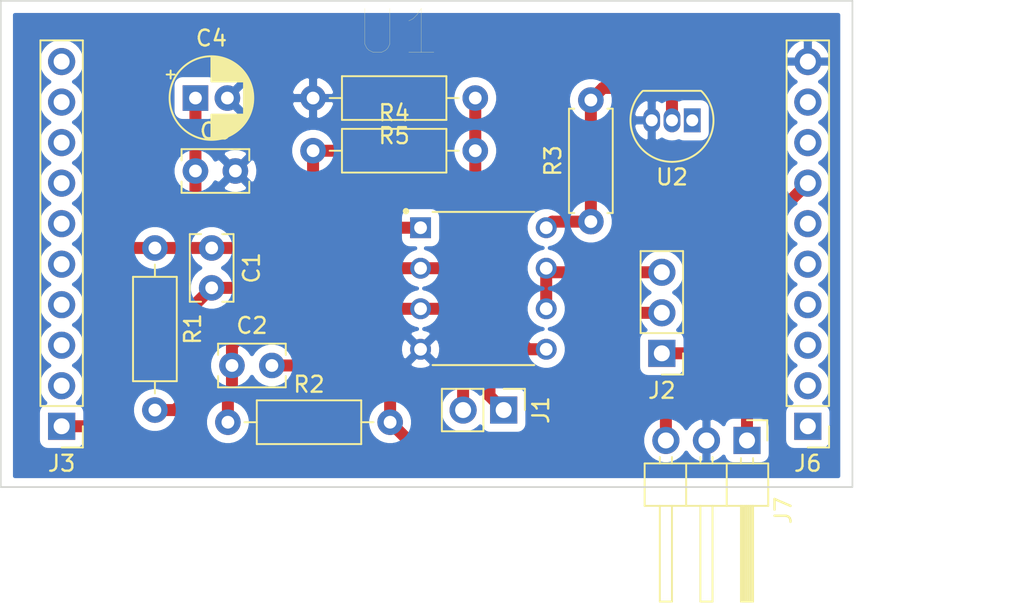
<source format=kicad_pcb>
(kicad_pcb (version 20171130) (host pcbnew "(5.1.7)-1")

  (general
    (thickness 1.6)
    (drawings 1)
    (tracks 87)
    (zones 0)
    (modules 16)
    (nets 28)
  )

  (page A4)
  (layers
    (0 F.Cu signal)
    (31 B.Cu signal hide)
    (32 B.Adhes user hide)
    (33 F.Adhes user hide)
    (34 B.Paste user hide)
    (35 F.Paste user hide)
    (36 B.SilkS user hide)
    (37 F.SilkS user hide)
    (38 B.Mask user hide)
    (39 F.Mask user hide)
    (40 Dwgs.User user hide)
    (41 Cmts.User user hide)
    (42 Eco1.User user hide)
    (43 Eco2.User user hide)
    (44 Edge.Cuts user)
    (45 Margin user hide)
    (46 B.CrtYd user)
    (47 F.CrtYd user)
    (48 B.Fab user hide)
    (49 F.Fab user)
  )

  (setup
    (last_trace_width 0.25)
    (user_trace_width 0.5)
    (user_trace_width 0.75)
    (trace_clearance 0.2)
    (zone_clearance 0.508)
    (zone_45_only no)
    (trace_min 0.2)
    (via_size 0.8)
    (via_drill 0.4)
    (via_min_size 0.4)
    (via_min_drill 0.3)
    (uvia_size 0.3)
    (uvia_drill 0.1)
    (uvias_allowed no)
    (uvia_min_size 0.2)
    (uvia_min_drill 0.1)
    (edge_width 0.05)
    (segment_width 0.2)
    (pcb_text_width 0.3)
    (pcb_text_size 1.5 1.5)
    (mod_edge_width 0.12)
    (mod_text_size 1 1)
    (mod_text_width 0.15)
    (pad_size 1.7 1.7)
    (pad_drill 1)
    (pad_to_mask_clearance 0)
    (aux_axis_origin 0 0)
    (visible_elements 7FFFFFFF)
    (pcbplotparams
      (layerselection 0x01000_ffffffff)
      (usegerberextensions false)
      (usegerberattributes true)
      (usegerberadvancedattributes true)
      (creategerberjobfile true)
      (excludeedgelayer true)
      (linewidth 0.100000)
      (plotframeref false)
      (viasonmask false)
      (mode 1)
      (useauxorigin false)
      (hpglpennumber 1)
      (hpglpenspeed 20)
      (hpglpendiameter 15.000000)
      (psnegative false)
      (psa4output false)
      (plotreference true)
      (plotvalue true)
      (plotinvisibletext false)
      (padsonsilk false)
      (subtractmaskfromsilk false)
      (outputformat 1)
      (mirror false)
      (drillshape 0)
      (scaleselection 1)
      (outputdirectory "./"))
  )

  (net 0 "")
  (net 1 "Net-(C1-Pad2)")
  (net 2 "Net-(C1-Pad1)")
  (net 3 "Net-(C2-Pad2)")
  (net 4 "Net-(C2-Pad1)")
  (net 5 GND)
  (net 6 VDD)
  (net 7 "Net-(R4-Pad2)")
  (net 8 "Net-(J3-Pad10)")
  (net 9 "Net-(J3-Pad9)")
  (net 10 "Net-(J3-Pad8)")
  (net 11 "Net-(J3-Pad7)")
  (net 12 "Net-(J3-Pad6)")
  (net 13 "Net-(J3-Pad5)")
  (net 14 "Net-(J3-Pad4)")
  (net 15 "Net-(J3-Pad3)")
  (net 16 "Net-(J3-Pad2)")
  (net 17 "Net-(J6-Pad9)")
  (net 18 "Net-(J6-Pad8)")
  (net 19 "Net-(J6-Pad7)")
  (net 20 "Net-(J6-Pad6)")
  (net 21 "Net-(J6-Pad5)")
  (net 22 "Net-(J6-Pad4)")
  (net 23 "Net-(J6-Pad3)")
  (net 24 "Net-(J6-Pad2)")
  (net 25 "Net-(J6-Pad1)")
  (net 26 "Net-(J2-Pad3)")
  (net 27 "Net-(J2-Pad1)")

  (net_class Default "This is the default net class."
    (clearance 0.2)
    (trace_width 0.25)
    (via_dia 0.8)
    (via_drill 0.4)
    (uvia_dia 0.3)
    (uvia_drill 0.1)
    (add_net GND)
    (add_net "Net-(C1-Pad1)")
    (add_net "Net-(C1-Pad2)")
    (add_net "Net-(C2-Pad1)")
    (add_net "Net-(C2-Pad2)")
    (add_net "Net-(J2-Pad1)")
    (add_net "Net-(J2-Pad3)")
    (add_net "Net-(J3-Pad10)")
    (add_net "Net-(J3-Pad2)")
    (add_net "Net-(J3-Pad3)")
    (add_net "Net-(J3-Pad4)")
    (add_net "Net-(J3-Pad5)")
    (add_net "Net-(J3-Pad6)")
    (add_net "Net-(J3-Pad7)")
    (add_net "Net-(J3-Pad8)")
    (add_net "Net-(J3-Pad9)")
    (add_net "Net-(J6-Pad1)")
    (add_net "Net-(J6-Pad2)")
    (add_net "Net-(J6-Pad3)")
    (add_net "Net-(J6-Pad4)")
    (add_net "Net-(J6-Pad5)")
    (add_net "Net-(J6-Pad6)")
    (add_net "Net-(J6-Pad7)")
    (add_net "Net-(J6-Pad8)")
    (add_net "Net-(J6-Pad9)")
    (add_net "Net-(R4-Pad2)")
    (add_net VDD)
  )

  (module Connector_PinHeader_2.54mm:PinHeader_1x10_P2.54mm_Vertical (layer F.Cu) (tedit 59FED5CC) (tstamp 5FC7985F)
    (at 86.106 44.45 180)
    (descr "Through hole straight pin header, 1x10, 2.54mm pitch, single row")
    (tags "Through hole pin header THT 1x10 2.54mm single row")
    (path /5FCB5002)
    (fp_text reference J6 (at 0 -2.33) (layer F.SilkS)
      (effects (font (size 1 1) (thickness 0.15)))
    )
    (fp_text value Support (at 0 25.19) (layer F.Fab)
      (effects (font (size 1 1) (thickness 0.15)))
    )
    (fp_line (start -0.635 -1.27) (end 1.27 -1.27) (layer F.Fab) (width 0.1))
    (fp_line (start 1.27 -1.27) (end 1.27 24.13) (layer F.Fab) (width 0.1))
    (fp_line (start 1.27 24.13) (end -1.27 24.13) (layer F.Fab) (width 0.1))
    (fp_line (start -1.27 24.13) (end -1.27 -0.635) (layer F.Fab) (width 0.1))
    (fp_line (start -1.27 -0.635) (end -0.635 -1.27) (layer F.Fab) (width 0.1))
    (fp_line (start -1.33 24.19) (end 1.33 24.19) (layer F.SilkS) (width 0.12))
    (fp_line (start -1.33 1.27) (end -1.33 24.19) (layer F.SilkS) (width 0.12))
    (fp_line (start 1.33 1.27) (end 1.33 24.19) (layer F.SilkS) (width 0.12))
    (fp_line (start -1.33 1.27) (end 1.33 1.27) (layer F.SilkS) (width 0.12))
    (fp_line (start -1.33 0) (end -1.33 -1.33) (layer F.SilkS) (width 0.12))
    (fp_line (start -1.33 -1.33) (end 0 -1.33) (layer F.SilkS) (width 0.12))
    (fp_line (start -1.8 -1.8) (end -1.8 24.65) (layer F.CrtYd) (width 0.05))
    (fp_line (start -1.8 24.65) (end 1.8 24.65) (layer F.CrtYd) (width 0.05))
    (fp_line (start 1.8 24.65) (end 1.8 -1.8) (layer F.CrtYd) (width 0.05))
    (fp_line (start 1.8 -1.8) (end -1.8 -1.8) (layer F.CrtYd) (width 0.05))
    (fp_text user %R (at 0 11.43 90) (layer F.Fab)
      (effects (font (size 1 1) (thickness 0.15)))
    )
    (pad 10 thru_hole oval (at 0 22.86 180) (size 1.7 1.7) (drill 1) (layers *.Cu *.Mask)
      (net 5 GND))
    (pad 9 thru_hole oval (at 0 20.32 180) (size 1.7 1.7) (drill 1) (layers *.Cu *.Mask)
      (net 17 "Net-(J6-Pad9)"))
    (pad 8 thru_hole oval (at 0 17.78 180) (size 1.7 1.7) (drill 1) (layers *.Cu *.Mask)
      (net 18 "Net-(J6-Pad8)"))
    (pad 7 thru_hole oval (at 0 15.24 180) (size 1.7 1.7) (drill 1) (layers *.Cu *.Mask)
      (net 19 "Net-(J6-Pad7)"))
    (pad 6 thru_hole oval (at 0 12.7 180) (size 1.7 1.7) (drill 1) (layers *.Cu *.Mask)
      (net 20 "Net-(J6-Pad6)"))
    (pad 5 thru_hole oval (at 0 10.16 180) (size 1.7 1.7) (drill 1) (layers *.Cu *.Mask)
      (net 21 "Net-(J6-Pad5)"))
    (pad 4 thru_hole oval (at 0 7.62 180) (size 1.7 1.7) (drill 1) (layers *.Cu *.Mask)
      (net 22 "Net-(J6-Pad4)"))
    (pad 3 thru_hole oval (at 0 5.08 180) (size 1.7 1.7) (drill 1) (layers *.Cu *.Mask)
      (net 23 "Net-(J6-Pad3)"))
    (pad 2 thru_hole oval (at 0 2.54 180) (size 1.7 1.7) (drill 1) (layers *.Cu *.Mask)
      (net 24 "Net-(J6-Pad2)"))
    (pad 1 thru_hole rect (at 0 0 180) (size 1.7 1.7) (drill 1) (layers *.Cu *.Mask)
      (net 25 "Net-(J6-Pad1)"))
    (model ${KISYS3DMOD}/Connector_PinHeader_2.54mm.3dshapes/PinHeader_1x10_P2.54mm_Vertical.wrl
      (at (xyz 0 0 0))
      (scale (xyz 1 1 1))
      (rotate (xyz 0 0 0))
    )
  )

  (module Connector_PinHeader_2.54mm:PinHeader_1x03_P2.54mm_Horizontal (layer F.Cu) (tedit 59FED5CB) (tstamp 5FC87F14)
    (at 82.296 45.339 270)
    (descr "Through hole angled pin header, 1x03, 2.54mm pitch, 6mm pin length, single row")
    (tags "Through hole angled pin header THT 1x03 2.54mm single row")
    (path /5FC9ED44)
    (fp_text reference J7 (at 4.385 -2.27 90) (layer F.SilkS)
      (effects (font (size 1 1) (thickness 0.15)))
    )
    (fp_text value ExtSupply (at 4.385 7.35 90) (layer F.Fab)
      (effects (font (size 1 1) (thickness 0.15)))
    )
    (fp_line (start 2.135 -1.27) (end 4.04 -1.27) (layer F.Fab) (width 0.1))
    (fp_line (start 4.04 -1.27) (end 4.04 6.35) (layer F.Fab) (width 0.1))
    (fp_line (start 4.04 6.35) (end 1.5 6.35) (layer F.Fab) (width 0.1))
    (fp_line (start 1.5 6.35) (end 1.5 -0.635) (layer F.Fab) (width 0.1))
    (fp_line (start 1.5 -0.635) (end 2.135 -1.27) (layer F.Fab) (width 0.1))
    (fp_line (start -0.32 -0.32) (end 1.5 -0.32) (layer F.Fab) (width 0.1))
    (fp_line (start -0.32 -0.32) (end -0.32 0.32) (layer F.Fab) (width 0.1))
    (fp_line (start -0.32 0.32) (end 1.5 0.32) (layer F.Fab) (width 0.1))
    (fp_line (start 4.04 -0.32) (end 10.04 -0.32) (layer F.Fab) (width 0.1))
    (fp_line (start 10.04 -0.32) (end 10.04 0.32) (layer F.Fab) (width 0.1))
    (fp_line (start 4.04 0.32) (end 10.04 0.32) (layer F.Fab) (width 0.1))
    (fp_line (start -0.32 2.22) (end 1.5 2.22) (layer F.Fab) (width 0.1))
    (fp_line (start -0.32 2.22) (end -0.32 2.86) (layer F.Fab) (width 0.1))
    (fp_line (start -0.32 2.86) (end 1.5 2.86) (layer F.Fab) (width 0.1))
    (fp_line (start 4.04 2.22) (end 10.04 2.22) (layer F.Fab) (width 0.1))
    (fp_line (start 10.04 2.22) (end 10.04 2.86) (layer F.Fab) (width 0.1))
    (fp_line (start 4.04 2.86) (end 10.04 2.86) (layer F.Fab) (width 0.1))
    (fp_line (start -0.32 4.76) (end 1.5 4.76) (layer F.Fab) (width 0.1))
    (fp_line (start -0.32 4.76) (end -0.32 5.4) (layer F.Fab) (width 0.1))
    (fp_line (start -0.32 5.4) (end 1.5 5.4) (layer F.Fab) (width 0.1))
    (fp_line (start 4.04 4.76) (end 10.04 4.76) (layer F.Fab) (width 0.1))
    (fp_line (start 10.04 4.76) (end 10.04 5.4) (layer F.Fab) (width 0.1))
    (fp_line (start 4.04 5.4) (end 10.04 5.4) (layer F.Fab) (width 0.1))
    (fp_line (start 1.44 -1.33) (end 1.44 6.41) (layer F.SilkS) (width 0.12))
    (fp_line (start 1.44 6.41) (end 4.1 6.41) (layer F.SilkS) (width 0.12))
    (fp_line (start 4.1 6.41) (end 4.1 -1.33) (layer F.SilkS) (width 0.12))
    (fp_line (start 4.1 -1.33) (end 1.44 -1.33) (layer F.SilkS) (width 0.12))
    (fp_line (start 4.1 -0.38) (end 10.1 -0.38) (layer F.SilkS) (width 0.12))
    (fp_line (start 10.1 -0.38) (end 10.1 0.38) (layer F.SilkS) (width 0.12))
    (fp_line (start 10.1 0.38) (end 4.1 0.38) (layer F.SilkS) (width 0.12))
    (fp_line (start 4.1 -0.32) (end 10.1 -0.32) (layer F.SilkS) (width 0.12))
    (fp_line (start 4.1 -0.2) (end 10.1 -0.2) (layer F.SilkS) (width 0.12))
    (fp_line (start 4.1 -0.08) (end 10.1 -0.08) (layer F.SilkS) (width 0.12))
    (fp_line (start 4.1 0.04) (end 10.1 0.04) (layer F.SilkS) (width 0.12))
    (fp_line (start 4.1 0.16) (end 10.1 0.16) (layer F.SilkS) (width 0.12))
    (fp_line (start 4.1 0.28) (end 10.1 0.28) (layer F.SilkS) (width 0.12))
    (fp_line (start 1.11 -0.38) (end 1.44 -0.38) (layer F.SilkS) (width 0.12))
    (fp_line (start 1.11 0.38) (end 1.44 0.38) (layer F.SilkS) (width 0.12))
    (fp_line (start 1.44 1.27) (end 4.1 1.27) (layer F.SilkS) (width 0.12))
    (fp_line (start 4.1 2.16) (end 10.1 2.16) (layer F.SilkS) (width 0.12))
    (fp_line (start 10.1 2.16) (end 10.1 2.92) (layer F.SilkS) (width 0.12))
    (fp_line (start 10.1 2.92) (end 4.1 2.92) (layer F.SilkS) (width 0.12))
    (fp_line (start 1.042929 2.16) (end 1.44 2.16) (layer F.SilkS) (width 0.12))
    (fp_line (start 1.042929 2.92) (end 1.44 2.92) (layer F.SilkS) (width 0.12))
    (fp_line (start 1.44 3.81) (end 4.1 3.81) (layer F.SilkS) (width 0.12))
    (fp_line (start 4.1 4.7) (end 10.1 4.7) (layer F.SilkS) (width 0.12))
    (fp_line (start 10.1 4.7) (end 10.1 5.46) (layer F.SilkS) (width 0.12))
    (fp_line (start 10.1 5.46) (end 4.1 5.46) (layer F.SilkS) (width 0.12))
    (fp_line (start 1.042929 4.7) (end 1.44 4.7) (layer F.SilkS) (width 0.12))
    (fp_line (start 1.042929 5.46) (end 1.44 5.46) (layer F.SilkS) (width 0.12))
    (fp_line (start -1.27 0) (end -1.27 -1.27) (layer F.SilkS) (width 0.12))
    (fp_line (start -1.27 -1.27) (end 0 -1.27) (layer F.SilkS) (width 0.12))
    (fp_line (start -1.8 -1.8) (end -1.8 6.85) (layer F.CrtYd) (width 0.05))
    (fp_line (start -1.8 6.85) (end 10.55 6.85) (layer F.CrtYd) (width 0.05))
    (fp_line (start 10.55 6.85) (end 10.55 -1.8) (layer F.CrtYd) (width 0.05))
    (fp_line (start 10.55 -1.8) (end -1.8 -1.8) (layer F.CrtYd) (width 0.05))
    (fp_text user %R (at 2.77 2.54) (layer F.Fab)
      (effects (font (size 1 1) (thickness 0.15)))
    )
    (pad 3 thru_hole oval (at 0 5.08 270) (size 1.7 1.7) (drill 1) (layers *.Cu *.Mask)
      (net 6 VDD))
    (pad 2 thru_hole oval (at 0 2.54 270) (size 1.7 1.7) (drill 1) (layers *.Cu *.Mask)
      (net 5 GND))
    (pad 1 thru_hole rect (at 0 0 270) (size 1.7 1.7) (drill 1) (layers *.Cu *.Mask)
      (net 19 "Net-(J6-Pad7)"))
    (model ${KISYS3DMOD}/Connector_PinHeader_2.54mm.3dshapes/PinHeader_1x03_P2.54mm_Horizontal.wrl
      (at (xyz 0 0 0))
      (scale (xyz 1 1 1))
      (rotate (xyz 0 0 0))
    )
  )

  (module Connector_PinHeader_2.54mm:PinHeader_1x03_P2.54mm_Vertical (layer F.Cu) (tedit 59FED5CC) (tstamp 5FC7AE20)
    (at 76.962 39.878 180)
    (descr "Through hole straight pin header, 1x03, 2.54mm pitch, single row")
    (tags "Through hole pin header THT 1x03 2.54mm single row")
    (path /5FCD25DF)
    (fp_text reference J2 (at 0 -2.33) (layer F.SilkS)
      (effects (font (size 1 1) (thickness 0.15)))
    )
    (fp_text value Conn_01x03_Male (at 0 7.41) (layer F.Fab)
      (effects (font (size 1 1) (thickness 0.15)))
    )
    (fp_line (start -0.635 -1.27) (end 1.27 -1.27) (layer F.Fab) (width 0.1))
    (fp_line (start 1.27 -1.27) (end 1.27 6.35) (layer F.Fab) (width 0.1))
    (fp_line (start 1.27 6.35) (end -1.27 6.35) (layer F.Fab) (width 0.1))
    (fp_line (start -1.27 6.35) (end -1.27 -0.635) (layer F.Fab) (width 0.1))
    (fp_line (start -1.27 -0.635) (end -0.635 -1.27) (layer F.Fab) (width 0.1))
    (fp_line (start -1.33 6.41) (end 1.33 6.41) (layer F.SilkS) (width 0.12))
    (fp_line (start -1.33 1.27) (end -1.33 6.41) (layer F.SilkS) (width 0.12))
    (fp_line (start 1.33 1.27) (end 1.33 6.41) (layer F.SilkS) (width 0.12))
    (fp_line (start -1.33 1.27) (end 1.33 1.27) (layer F.SilkS) (width 0.12))
    (fp_line (start -1.33 0) (end -1.33 -1.33) (layer F.SilkS) (width 0.12))
    (fp_line (start -1.33 -1.33) (end 0 -1.33) (layer F.SilkS) (width 0.12))
    (fp_line (start -1.8 -1.8) (end -1.8 6.85) (layer F.CrtYd) (width 0.05))
    (fp_line (start -1.8 6.85) (end 1.8 6.85) (layer F.CrtYd) (width 0.05))
    (fp_line (start 1.8 6.85) (end 1.8 -1.8) (layer F.CrtYd) (width 0.05))
    (fp_line (start 1.8 -1.8) (end -1.8 -1.8) (layer F.CrtYd) (width 0.05))
    (fp_text user %R (at 0 2.54 90) (layer F.Fab)
      (effects (font (size 1 1) (thickness 0.15)))
    )
    (pad 3 thru_hole oval (at 0 5.08 180) (size 1.7 1.7) (drill 1) (layers *.Cu *.Mask)
      (net 26 "Net-(J2-Pad3)"))
    (pad 2 thru_hole oval (at 0 2.54 180) (size 1.7 1.7) (drill 1) (layers *.Cu *.Mask)
      (net 3 "Net-(C2-Pad2)"))
    (pad 1 thru_hole rect (at 0 0 180) (size 1.7 1.7) (drill 1) (layers *.Cu *.Mask)
      (net 27 "Net-(J2-Pad1)"))
    (model ${KISYS3DMOD}/Connector_PinHeader_2.54mm.3dshapes/PinHeader_1x03_P2.54mm_Vertical.wrl
      (at (xyz 0 0 0))
      (scale (xyz 1 1 1))
      (rotate (xyz 0 0 0))
    )
  )

  (module Connector_PinHeader_2.54mm:PinHeader_1x02_P2.54mm_Vertical (layer F.Cu) (tedit 59FED5CC) (tstamp 5FC78152)
    (at 67.056 43.434 270)
    (descr "Through hole straight pin header, 1x02, 2.54mm pitch, single row")
    (tags "Through hole pin header THT 1x02 2.54mm single row")
    (path /5FCCD660)
    (fp_text reference J1 (at 0 -2.33 90) (layer F.SilkS)
      (effects (font (size 1 1) (thickness 0.15)))
    )
    (fp_text value PiezoElectricConn (at 0 4.87 90) (layer F.Fab)
      (effects (font (size 1 1) (thickness 0.15)))
    )
    (fp_line (start -0.635 -1.27) (end 1.27 -1.27) (layer F.Fab) (width 0.1))
    (fp_line (start 1.27 -1.27) (end 1.27 3.81) (layer F.Fab) (width 0.1))
    (fp_line (start 1.27 3.81) (end -1.27 3.81) (layer F.Fab) (width 0.1))
    (fp_line (start -1.27 3.81) (end -1.27 -0.635) (layer F.Fab) (width 0.1))
    (fp_line (start -1.27 -0.635) (end -0.635 -1.27) (layer F.Fab) (width 0.1))
    (fp_line (start -1.33 3.87) (end 1.33 3.87) (layer F.SilkS) (width 0.12))
    (fp_line (start -1.33 1.27) (end -1.33 3.87) (layer F.SilkS) (width 0.12))
    (fp_line (start 1.33 1.27) (end 1.33 3.87) (layer F.SilkS) (width 0.12))
    (fp_line (start -1.33 1.27) (end 1.33 1.27) (layer F.SilkS) (width 0.12))
    (fp_line (start -1.33 0) (end -1.33 -1.33) (layer F.SilkS) (width 0.12))
    (fp_line (start -1.33 -1.33) (end 0 -1.33) (layer F.SilkS) (width 0.12))
    (fp_line (start -1.8 -1.8) (end -1.8 4.35) (layer F.CrtYd) (width 0.05))
    (fp_line (start -1.8 4.35) (end 1.8 4.35) (layer F.CrtYd) (width 0.05))
    (fp_line (start 1.8 4.35) (end 1.8 -1.8) (layer F.CrtYd) (width 0.05))
    (fp_line (start 1.8 -1.8) (end -1.8 -1.8) (layer F.CrtYd) (width 0.05))
    (fp_text user %R (at 0 1.27) (layer F.Fab)
      (effects (font (size 1 1) (thickness 0.15)))
    )
    (pad 2 thru_hole oval (at 0 2.54 270) (size 1.7 1.7) (drill 1) (layers *.Cu *.Mask)
      (net 4 "Net-(C2-Pad1)"))
    (pad 1 thru_hole rect (at 0 0 270) (size 1.7 1.7) (drill 1) (layers *.Cu *.Mask)
      (net 1 "Net-(C1-Pad2)"))
    (model ${KISYS3DMOD}/Connector_PinHeader_2.54mm.3dshapes/PinHeader_1x02_P2.54mm_Vertical.wrl
      (at (xyz 0 0 0))
      (scale (xyz 1 1 1))
      (rotate (xyz 0 0 0))
    )
  )

  (module Connector_PinHeader_2.54mm:PinHeader_1x10_P2.54mm_Vertical (layer F.Cu) (tedit 59FED5CC) (tstamp 5FC797F1)
    (at 39.37 44.45 180)
    (descr "Through hole straight pin header, 1x10, 2.54mm pitch, single row")
    (tags "Through hole pin header THT 1x10 2.54mm single row")
    (path /5FCAD5B5)
    (fp_text reference J3 (at 0 -2.33) (layer F.SilkS)
      (effects (font (size 1 1) (thickness 0.15)))
    )
    (fp_text value ADCInput (at 0 25.19) (layer F.Fab)
      (effects (font (size 1 1) (thickness 0.15)))
    )
    (fp_line (start 1.8 -1.8) (end -1.8 -1.8) (layer F.CrtYd) (width 0.05))
    (fp_line (start 1.8 24.65) (end 1.8 -1.8) (layer F.CrtYd) (width 0.05))
    (fp_line (start -1.8 24.65) (end 1.8 24.65) (layer F.CrtYd) (width 0.05))
    (fp_line (start -1.8 -1.8) (end -1.8 24.65) (layer F.CrtYd) (width 0.05))
    (fp_line (start -1.33 -1.33) (end 0 -1.33) (layer F.SilkS) (width 0.12))
    (fp_line (start -1.33 0) (end -1.33 -1.33) (layer F.SilkS) (width 0.12))
    (fp_line (start -1.33 1.27) (end 1.33 1.27) (layer F.SilkS) (width 0.12))
    (fp_line (start 1.33 1.27) (end 1.33 24.19) (layer F.SilkS) (width 0.12))
    (fp_line (start -1.33 1.27) (end -1.33 24.19) (layer F.SilkS) (width 0.12))
    (fp_line (start -1.33 24.19) (end 1.33 24.19) (layer F.SilkS) (width 0.12))
    (fp_line (start -1.27 -0.635) (end -0.635 -1.27) (layer F.Fab) (width 0.1))
    (fp_line (start -1.27 24.13) (end -1.27 -0.635) (layer F.Fab) (width 0.1))
    (fp_line (start 1.27 24.13) (end -1.27 24.13) (layer F.Fab) (width 0.1))
    (fp_line (start 1.27 -1.27) (end 1.27 24.13) (layer F.Fab) (width 0.1))
    (fp_line (start -0.635 -1.27) (end 1.27 -1.27) (layer F.Fab) (width 0.1))
    (fp_text user %R (at 0 11.43 90) (layer F.Fab)
      (effects (font (size 1 1) (thickness 0.15)))
    )
    (pad 1 thru_hole rect (at 0 0 180) (size 1.7 1.7) (drill 1) (layers *.Cu *.Mask)
      (net 2 "Net-(C1-Pad1)"))
    (pad 2 thru_hole oval (at 0 2.54 180) (size 1.7 1.7) (drill 1) (layers *.Cu *.Mask)
      (net 16 "Net-(J3-Pad2)"))
    (pad 3 thru_hole oval (at 0 5.08 180) (size 1.7 1.7) (drill 1) (layers *.Cu *.Mask)
      (net 15 "Net-(J3-Pad3)"))
    (pad 4 thru_hole oval (at 0 7.62 180) (size 1.7 1.7) (drill 1) (layers *.Cu *.Mask)
      (net 14 "Net-(J3-Pad4)"))
    (pad 5 thru_hole oval (at 0 10.16 180) (size 1.7 1.7) (drill 1) (layers *.Cu *.Mask)
      (net 13 "Net-(J3-Pad5)"))
    (pad 6 thru_hole oval (at 0 12.7 180) (size 1.7 1.7) (drill 1) (layers *.Cu *.Mask)
      (net 12 "Net-(J3-Pad6)"))
    (pad 7 thru_hole oval (at 0 15.24 180) (size 1.7 1.7) (drill 1) (layers *.Cu *.Mask)
      (net 11 "Net-(J3-Pad7)"))
    (pad 8 thru_hole oval (at 0 17.78 180) (size 1.7 1.7) (drill 1) (layers *.Cu *.Mask)
      (net 10 "Net-(J3-Pad8)"))
    (pad 9 thru_hole oval (at 0 20.32 180) (size 1.7 1.7) (drill 1) (layers *.Cu *.Mask)
      (net 9 "Net-(J3-Pad9)"))
    (pad 10 thru_hole oval (at 0 22.86 180) (size 1.7 1.7) (drill 1) (layers *.Cu *.Mask)
      (net 8 "Net-(J3-Pad10)"))
    (model ${KISYS3DMOD}/Connector_PinHeader_2.54mm.3dshapes/PinHeader_1x10_P2.54mm_Vertical.wrl
      (at (xyz 0 0 0))
      (scale (xyz 1 1 1))
      (rotate (xyz 0 0 0))
    )
  )

  (module Package_TO_SOT_THT:TO-92_Inline (layer F.Cu) (tedit 5A1DD157) (tstamp 5FC78242)
    (at 78.867 25.273 180)
    (descr "TO-92 leads in-line, narrow, oval pads, drill 0.75mm (see NXP sot054_po.pdf)")
    (tags "to-92 sc-43 sc-43a sot54 PA33 transistor")
    (path /5FCB78E3)
    (fp_text reference U2 (at 1.27 -3.56) (layer F.SilkS)
      (effects (font (size 1 1) (thickness 0.15)))
    )
    (fp_text value LM385BZ-1.2 (at 1.27 2.79) (layer F.Fab)
      (effects (font (size 1 1) (thickness 0.15)))
    )
    (fp_line (start -0.53 1.85) (end 3.07 1.85) (layer F.SilkS) (width 0.12))
    (fp_line (start -0.5 1.75) (end 3 1.75) (layer F.Fab) (width 0.1))
    (fp_line (start -1.46 -2.73) (end 4 -2.73) (layer F.CrtYd) (width 0.05))
    (fp_line (start -1.46 -2.73) (end -1.46 2.01) (layer F.CrtYd) (width 0.05))
    (fp_line (start 4 2.01) (end 4 -2.73) (layer F.CrtYd) (width 0.05))
    (fp_line (start 4 2.01) (end -1.46 2.01) (layer F.CrtYd) (width 0.05))
    (fp_arc (start 1.27 0) (end 1.27 -2.6) (angle 135) (layer F.SilkS) (width 0.12))
    (fp_arc (start 1.27 0) (end 1.27 -2.48) (angle -135) (layer F.Fab) (width 0.1))
    (fp_arc (start 1.27 0) (end 1.27 -2.6) (angle -135) (layer F.SilkS) (width 0.12))
    (fp_arc (start 1.27 0) (end 1.27 -2.48) (angle 135) (layer F.Fab) (width 0.1))
    (fp_text user %R (at 1.27 0) (layer F.Fab)
      (effects (font (size 1 1) (thickness 0.15)))
    )
    (pad 1 thru_hole rect (at 0 0 180) (size 1.05 1.5) (drill 0.75) (layers *.Cu *.Mask))
    (pad 3 thru_hole oval (at 2.54 0 180) (size 1.05 1.5) (drill 0.75) (layers *.Cu *.Mask)
      (net 5 GND))
    (pad 2 thru_hole oval (at 1.27 0 180) (size 1.05 1.5) (drill 0.75) (layers *.Cu *.Mask)
      (net 27 "Net-(J2-Pad1)"))
    (model ${KISYS3DMOD}/Package_TO_SOT_THT.3dshapes/TO-92_Inline.wrl
      (at (xyz 0 0 0))
      (scale (xyz 1 1 1))
      (rotate (xyz 0 0 0))
    )
  )

  (module MCP602-I_P:DIP787W46P254L927H533Q8 (layer F.Cu) (tedit 5FC66BB2) (tstamp 5FC78230)
    (at 65.786 35.814)
    (path /5FCBB035)
    (fp_text reference U1 (at -5.331775 -16.080445) (layer F.SilkS)
      (effects (font (size 2.755976 2.755976) (thickness 0.015)))
    )
    (fp_text value MCP6022 (at 24.920135 15.215755) (layer F.Fab)
      (effects (font (size 2.644008 2.644008) (thickness 0.015)))
    )
    (fp_line (start -5.13 5.21) (end 5.13 5.21) (layer F.CrtYd) (width 0.05))
    (fp_line (start 5.13 5.21) (end 5.13 -5.21) (layer F.CrtYd) (width 0.05))
    (fp_line (start 5.13 -5.21) (end -5.13 -5.21) (layer F.CrtYd) (width 0.05))
    (fp_line (start -5.13 -5.21) (end -5.13 5.21) (layer F.CrtYd) (width 0.05))
    (fp_line (start -3.18 4.8) (end -3.18 -4.8) (layer F.Fab) (width 0.127))
    (fp_line (start -3.18 -4.8) (end 3.18 -4.8) (layer F.SilkS) (width 0.127))
    (fp_line (start 3.18 -4.8) (end 3.18 4.8) (layer F.Fab) (width 0.127))
    (fp_line (start 3.18 4.8) (end -3.18 4.8) (layer F.SilkS) (width 0.127))
    (fp_circle (center -2.27 -4.05) (end -1.884125 -4.05) (layer F.Fab) (width 0.127))
    (fp_circle (center -4.85 -4.85) (end -4.75 -4.85) (layer F.SilkS) (width 0.2))
    (pad 7 thru_hole circle (at 3.935 -1.27) (size 1.308 1.308) (drill 0.8) (layers *.Cu *.Mask)
      (net 26 "Net-(J2-Pad3)"))
    (pad 6 thru_hole circle (at 3.935 1.27) (size 1.308 1.308) (drill 0.8) (layers *.Cu *.Mask)
      (net 26 "Net-(J2-Pad3)"))
    (pad 8 thru_hole circle (at 3.935 -3.81) (size 1.308 1.308) (drill 0.8) (layers *.Cu *.Mask)
      (net 6 VDD))
    (pad 5 thru_hole circle (at 3.935 3.81) (size 1.308 1.308) (drill 0.8) (layers *.Cu *.Mask)
      (net 7 "Net-(R4-Pad2)"))
    (pad 1 thru_hole rect (at -3.935 -3.81) (size 1.308 1.308) (drill 0.8) (layers *.Cu *.Mask)
      (net 2 "Net-(C1-Pad1)"))
    (pad 4 thru_hole circle (at -3.935 3.81) (size 1.308 1.308) (drill 0.8) (layers *.Cu *.Mask)
      (net 5 GND))
    (pad 2 thru_hole circle (at -3.935 -1.27) (size 1.308 1.308) (drill 0.8) (layers *.Cu *.Mask)
      (net 1 "Net-(C1-Pad2)"))
    (pad 3 thru_hole circle (at -3.935 1.27) (size 1.308 1.308) (drill 0.8) (layers *.Cu *.Mask)
      (net 4 "Net-(C2-Pad1)"))
  )

  (module Resistor_THT:R_Axial_DIN0207_L6.3mm_D2.5mm_P10.16mm_Horizontal (layer F.Cu) (tedit 5AE5139B) (tstamp 5FC7821A)
    (at 65.278 23.876 180)
    (descr "Resistor, Axial_DIN0207 series, Axial, Horizontal, pin pitch=10.16mm, 0.25W = 1/4W, length*diameter=6.3*2.5mm^2, http://cdn-reichelt.de/documents/datenblatt/B400/1_4W%23YAG.pdf")
    (tags "Resistor Axial_DIN0207 series Axial Horizontal pin pitch 10.16mm 0.25W = 1/4W length 6.3mm diameter 2.5mm")
    (path /5FCBF944)
    (fp_text reference R5 (at 5.08 -2.37) (layer F.SilkS)
      (effects (font (size 1 1) (thickness 0.15)))
    )
    (fp_text value R (at 5.08 2.37) (layer F.Fab)
      (effects (font (size 1 1) (thickness 0.15)))
    )
    (fp_line (start 1.93 -1.25) (end 1.93 1.25) (layer F.Fab) (width 0.1))
    (fp_line (start 1.93 1.25) (end 8.23 1.25) (layer F.Fab) (width 0.1))
    (fp_line (start 8.23 1.25) (end 8.23 -1.25) (layer F.Fab) (width 0.1))
    (fp_line (start 8.23 -1.25) (end 1.93 -1.25) (layer F.Fab) (width 0.1))
    (fp_line (start 0 0) (end 1.93 0) (layer F.Fab) (width 0.1))
    (fp_line (start 10.16 0) (end 8.23 0) (layer F.Fab) (width 0.1))
    (fp_line (start 1.81 -1.37) (end 1.81 1.37) (layer F.SilkS) (width 0.12))
    (fp_line (start 1.81 1.37) (end 8.35 1.37) (layer F.SilkS) (width 0.12))
    (fp_line (start 8.35 1.37) (end 8.35 -1.37) (layer F.SilkS) (width 0.12))
    (fp_line (start 8.35 -1.37) (end 1.81 -1.37) (layer F.SilkS) (width 0.12))
    (fp_line (start 1.04 0) (end 1.81 0) (layer F.SilkS) (width 0.12))
    (fp_line (start 9.12 0) (end 8.35 0) (layer F.SilkS) (width 0.12))
    (fp_line (start -1.05 -1.5) (end -1.05 1.5) (layer F.CrtYd) (width 0.05))
    (fp_line (start -1.05 1.5) (end 11.21 1.5) (layer F.CrtYd) (width 0.05))
    (fp_line (start 11.21 1.5) (end 11.21 -1.5) (layer F.CrtYd) (width 0.05))
    (fp_line (start 11.21 -1.5) (end -1.05 -1.5) (layer F.CrtYd) (width 0.05))
    (fp_text user %R (at 5.08 0) (layer F.Fab)
      (effects (font (size 1 1) (thickness 0.15)))
    )
    (pad 2 thru_hole oval (at 10.16 0 180) (size 1.6 1.6) (drill 0.8) (layers *.Cu *.Mask)
      (net 5 GND))
    (pad 1 thru_hole circle (at 0 0 180) (size 1.6 1.6) (drill 0.8) (layers *.Cu *.Mask)
      (net 7 "Net-(R4-Pad2)"))
    (model ${KISYS3DMOD}/Resistor_THT.3dshapes/R_Axial_DIN0207_L6.3mm_D2.5mm_P10.16mm_Horizontal.wrl
      (at (xyz 0 0 0))
      (scale (xyz 1 1 1))
      (rotate (xyz 0 0 0))
    )
  )

  (module Resistor_THT:R_Axial_DIN0207_L6.3mm_D2.5mm_P10.16mm_Horizontal (layer F.Cu) (tedit 5AE5139B) (tstamp 5FC78203)
    (at 55.118 27.178)
    (descr "Resistor, Axial_DIN0207 series, Axial, Horizontal, pin pitch=10.16mm, 0.25W = 1/4W, length*diameter=6.3*2.5mm^2, http://cdn-reichelt.de/documents/datenblatt/B400/1_4W%23YAG.pdf")
    (tags "Resistor Axial_DIN0207 series Axial Horizontal pin pitch 10.16mm 0.25W = 1/4W length 6.3mm diameter 2.5mm")
    (path /5FCBF2E5)
    (fp_text reference R4 (at 5.08 -2.37) (layer F.SilkS)
      (effects (font (size 1 1) (thickness 0.15)))
    )
    (fp_text value R (at 5.08 2.37) (layer F.Fab)
      (effects (font (size 1 1) (thickness 0.15)))
    )
    (fp_line (start 1.93 -1.25) (end 1.93 1.25) (layer F.Fab) (width 0.1))
    (fp_line (start 1.93 1.25) (end 8.23 1.25) (layer F.Fab) (width 0.1))
    (fp_line (start 8.23 1.25) (end 8.23 -1.25) (layer F.Fab) (width 0.1))
    (fp_line (start 8.23 -1.25) (end 1.93 -1.25) (layer F.Fab) (width 0.1))
    (fp_line (start 0 0) (end 1.93 0) (layer F.Fab) (width 0.1))
    (fp_line (start 10.16 0) (end 8.23 0) (layer F.Fab) (width 0.1))
    (fp_line (start 1.81 -1.37) (end 1.81 1.37) (layer F.SilkS) (width 0.12))
    (fp_line (start 1.81 1.37) (end 8.35 1.37) (layer F.SilkS) (width 0.12))
    (fp_line (start 8.35 1.37) (end 8.35 -1.37) (layer F.SilkS) (width 0.12))
    (fp_line (start 8.35 -1.37) (end 1.81 -1.37) (layer F.SilkS) (width 0.12))
    (fp_line (start 1.04 0) (end 1.81 0) (layer F.SilkS) (width 0.12))
    (fp_line (start 9.12 0) (end 8.35 0) (layer F.SilkS) (width 0.12))
    (fp_line (start -1.05 -1.5) (end -1.05 1.5) (layer F.CrtYd) (width 0.05))
    (fp_line (start -1.05 1.5) (end 11.21 1.5) (layer F.CrtYd) (width 0.05))
    (fp_line (start 11.21 1.5) (end 11.21 -1.5) (layer F.CrtYd) (width 0.05))
    (fp_line (start 11.21 -1.5) (end -1.05 -1.5) (layer F.CrtYd) (width 0.05))
    (fp_text user %R (at 5.08 0) (layer F.Fab)
      (effects (font (size 1 1) (thickness 0.15)))
    )
    (pad 2 thru_hole oval (at 10.16 0) (size 1.6 1.6) (drill 0.8) (layers *.Cu *.Mask)
      (net 7 "Net-(R4-Pad2)"))
    (pad 1 thru_hole circle (at 0 0) (size 1.6 1.6) (drill 0.8) (layers *.Cu *.Mask)
      (net 6 VDD))
    (model ${KISYS3DMOD}/Resistor_THT.3dshapes/R_Axial_DIN0207_L6.3mm_D2.5mm_P10.16mm_Horizontal.wrl
      (at (xyz 0 0 0))
      (scale (xyz 1 1 1))
      (rotate (xyz 0 0 0))
    )
  )

  (module Resistor_THT:R_Axial_DIN0207_L6.3mm_D2.5mm_P7.62mm_Horizontal (layer F.Cu) (tedit 5AE5139B) (tstamp 5FC781EC)
    (at 72.517 31.623 90)
    (descr "Resistor, Axial_DIN0207 series, Axial, Horizontal, pin pitch=7.62mm, 0.25W = 1/4W, length*diameter=6.3*2.5mm^2, http://cdn-reichelt.de/documents/datenblatt/B400/1_4W%23YAG.pdf")
    (tags "Resistor Axial_DIN0207 series Axial Horizontal pin pitch 7.62mm 0.25W = 1/4W length 6.3mm diameter 2.5mm")
    (path /5FCB8D3A)
    (fp_text reference R3 (at 3.81 -2.37 90) (layer F.SilkS)
      (effects (font (size 1 1) (thickness 0.15)))
    )
    (fp_text value 180k (at 3.81 2.37 90) (layer F.Fab)
      (effects (font (size 1 1) (thickness 0.15)))
    )
    (fp_line (start 0.66 -1.25) (end 0.66 1.25) (layer F.Fab) (width 0.1))
    (fp_line (start 0.66 1.25) (end 6.96 1.25) (layer F.Fab) (width 0.1))
    (fp_line (start 6.96 1.25) (end 6.96 -1.25) (layer F.Fab) (width 0.1))
    (fp_line (start 6.96 -1.25) (end 0.66 -1.25) (layer F.Fab) (width 0.1))
    (fp_line (start 0 0) (end 0.66 0) (layer F.Fab) (width 0.1))
    (fp_line (start 7.62 0) (end 6.96 0) (layer F.Fab) (width 0.1))
    (fp_line (start 0.54 -1.04) (end 0.54 -1.37) (layer F.SilkS) (width 0.12))
    (fp_line (start 0.54 -1.37) (end 7.08 -1.37) (layer F.SilkS) (width 0.12))
    (fp_line (start 7.08 -1.37) (end 7.08 -1.04) (layer F.SilkS) (width 0.12))
    (fp_line (start 0.54 1.04) (end 0.54 1.37) (layer F.SilkS) (width 0.12))
    (fp_line (start 0.54 1.37) (end 7.08 1.37) (layer F.SilkS) (width 0.12))
    (fp_line (start 7.08 1.37) (end 7.08 1.04) (layer F.SilkS) (width 0.12))
    (fp_line (start -1.05 -1.5) (end -1.05 1.5) (layer F.CrtYd) (width 0.05))
    (fp_line (start -1.05 1.5) (end 8.67 1.5) (layer F.CrtYd) (width 0.05))
    (fp_line (start 8.67 1.5) (end 8.67 -1.5) (layer F.CrtYd) (width 0.05))
    (fp_line (start 8.67 -1.5) (end -1.05 -1.5) (layer F.CrtYd) (width 0.05))
    (fp_text user %R (at 3.81 0 90) (layer F.Fab)
      (effects (font (size 1 1) (thickness 0.15)))
    )
    (pad 2 thru_hole oval (at 7.62 0 90) (size 1.6 1.6) (drill 0.8) (layers *.Cu *.Mask)
      (net 27 "Net-(J2-Pad1)"))
    (pad 1 thru_hole circle (at 0 0 90) (size 1.6 1.6) (drill 0.8) (layers *.Cu *.Mask)
      (net 6 VDD))
    (model ${KISYS3DMOD}/Resistor_THT.3dshapes/R_Axial_DIN0207_L6.3mm_D2.5mm_P7.62mm_Horizontal.wrl
      (at (xyz 0 0 0))
      (scale (xyz 1 1 1))
      (rotate (xyz 0 0 0))
    )
  )

  (module Resistor_THT:R_Axial_DIN0207_L6.3mm_D2.5mm_P10.16mm_Horizontal (layer F.Cu) (tedit 5AE5139B) (tstamp 5FC781D5)
    (at 49.784 44.196)
    (descr "Resistor, Axial_DIN0207 series, Axial, Horizontal, pin pitch=10.16mm, 0.25W = 1/4W, length*diameter=6.3*2.5mm^2, http://cdn-reichelt.de/documents/datenblatt/B400/1_4W%23YAG.pdf")
    (tags "Resistor Axial_DIN0207 series Axial Horizontal pin pitch 10.16mm 0.25W = 1/4W length 6.3mm diameter 2.5mm")
    (path /5FC91719)
    (fp_text reference R2 (at 5.08 -2.37) (layer F.SilkS)
      (effects (font (size 1 1) (thickness 0.15)))
    )
    (fp_text value 330k (at 5.08 2.37) (layer F.Fab)
      (effects (font (size 1 1) (thickness 0.15)))
    )
    (fp_line (start 1.93 -1.25) (end 1.93 1.25) (layer F.Fab) (width 0.1))
    (fp_line (start 1.93 1.25) (end 8.23 1.25) (layer F.Fab) (width 0.1))
    (fp_line (start 8.23 1.25) (end 8.23 -1.25) (layer F.Fab) (width 0.1))
    (fp_line (start 8.23 -1.25) (end 1.93 -1.25) (layer F.Fab) (width 0.1))
    (fp_line (start 0 0) (end 1.93 0) (layer F.Fab) (width 0.1))
    (fp_line (start 10.16 0) (end 8.23 0) (layer F.Fab) (width 0.1))
    (fp_line (start 1.81 -1.37) (end 1.81 1.37) (layer F.SilkS) (width 0.12))
    (fp_line (start 1.81 1.37) (end 8.35 1.37) (layer F.SilkS) (width 0.12))
    (fp_line (start 8.35 1.37) (end 8.35 -1.37) (layer F.SilkS) (width 0.12))
    (fp_line (start 8.35 -1.37) (end 1.81 -1.37) (layer F.SilkS) (width 0.12))
    (fp_line (start 1.04 0) (end 1.81 0) (layer F.SilkS) (width 0.12))
    (fp_line (start 9.12 0) (end 8.35 0) (layer F.SilkS) (width 0.12))
    (fp_line (start -1.05 -1.5) (end -1.05 1.5) (layer F.CrtYd) (width 0.05))
    (fp_line (start -1.05 1.5) (end 11.21 1.5) (layer F.CrtYd) (width 0.05))
    (fp_line (start 11.21 1.5) (end 11.21 -1.5) (layer F.CrtYd) (width 0.05))
    (fp_line (start 11.21 -1.5) (end -1.05 -1.5) (layer F.CrtYd) (width 0.05))
    (fp_text user %R (at 5.08 0) (layer F.Fab)
      (effects (font (size 1 1) (thickness 0.15)))
    )
    (pad 2 thru_hole oval (at 10.16 0) (size 1.6 1.6) (drill 0.8) (layers *.Cu *.Mask)
      (net 3 "Net-(C2-Pad2)"))
    (pad 1 thru_hole circle (at 0 0) (size 1.6 1.6) (drill 0.8) (layers *.Cu *.Mask)
      (net 4 "Net-(C2-Pad1)"))
    (model ${KISYS3DMOD}/Resistor_THT.3dshapes/R_Axial_DIN0207_L6.3mm_D2.5mm_P10.16mm_Horizontal.wrl
      (at (xyz 0 0 0))
      (scale (xyz 1 1 1))
      (rotate (xyz 0 0 0))
    )
  )

  (module Resistor_THT:R_Axial_DIN0207_L6.3mm_D2.5mm_P10.16mm_Horizontal (layer F.Cu) (tedit 5AE5139B) (tstamp 5FC781BE)
    (at 45.212 33.274 270)
    (descr "Resistor, Axial_DIN0207 series, Axial, Horizontal, pin pitch=10.16mm, 0.25W = 1/4W, length*diameter=6.3*2.5mm^2, http://cdn-reichelt.de/documents/datenblatt/B400/1_4W%23YAG.pdf")
    (tags "Resistor Axial_DIN0207 series Axial Horizontal pin pitch 10.16mm 0.25W = 1/4W length 6.3mm diameter 2.5mm")
    (path /5FCC6B81)
    (fp_text reference R1 (at 5.08 -2.37 90) (layer F.SilkS)
      (effects (font (size 1 1) (thickness 0.15)))
    )
    (fp_text value 330k (at 5.08 2.37 90) (layer F.Fab)
      (effects (font (size 1 1) (thickness 0.15)))
    )
    (fp_line (start 1.93 -1.25) (end 1.93 1.25) (layer F.Fab) (width 0.1))
    (fp_line (start 1.93 1.25) (end 8.23 1.25) (layer F.Fab) (width 0.1))
    (fp_line (start 8.23 1.25) (end 8.23 -1.25) (layer F.Fab) (width 0.1))
    (fp_line (start 8.23 -1.25) (end 1.93 -1.25) (layer F.Fab) (width 0.1))
    (fp_line (start 0 0) (end 1.93 0) (layer F.Fab) (width 0.1))
    (fp_line (start 10.16 0) (end 8.23 0) (layer F.Fab) (width 0.1))
    (fp_line (start 1.81 -1.37) (end 1.81 1.37) (layer F.SilkS) (width 0.12))
    (fp_line (start 1.81 1.37) (end 8.35 1.37) (layer F.SilkS) (width 0.12))
    (fp_line (start 8.35 1.37) (end 8.35 -1.37) (layer F.SilkS) (width 0.12))
    (fp_line (start 8.35 -1.37) (end 1.81 -1.37) (layer F.SilkS) (width 0.12))
    (fp_line (start 1.04 0) (end 1.81 0) (layer F.SilkS) (width 0.12))
    (fp_line (start 9.12 0) (end 8.35 0) (layer F.SilkS) (width 0.12))
    (fp_line (start -1.05 -1.5) (end -1.05 1.5) (layer F.CrtYd) (width 0.05))
    (fp_line (start -1.05 1.5) (end 11.21 1.5) (layer F.CrtYd) (width 0.05))
    (fp_line (start 11.21 1.5) (end 11.21 -1.5) (layer F.CrtYd) (width 0.05))
    (fp_line (start 11.21 -1.5) (end -1.05 -1.5) (layer F.CrtYd) (width 0.05))
    (fp_text user %R (at 5.08 0 90) (layer F.Fab)
      (effects (font (size 1 1) (thickness 0.15)))
    )
    (pad 2 thru_hole oval (at 10.16 0 270) (size 1.6 1.6) (drill 0.8) (layers *.Cu *.Mask)
      (net 1 "Net-(C1-Pad2)"))
    (pad 1 thru_hole circle (at 0 0 270) (size 1.6 1.6) (drill 0.8) (layers *.Cu *.Mask)
      (net 2 "Net-(C1-Pad1)"))
    (model ${KISYS3DMOD}/Resistor_THT.3dshapes/R_Axial_DIN0207_L6.3mm_D2.5mm_P10.16mm_Horizontal.wrl
      (at (xyz 0 0 0))
      (scale (xyz 1 1 1))
      (rotate (xyz 0 0 0))
    )
  )

  (module Capacitor_THT:CP_Radial_D5.0mm_P2.00mm (layer F.Cu) (tedit 5AE50EF0) (tstamp 5FC7813A)
    (at 47.752 23.876)
    (descr "CP, Radial series, Radial, pin pitch=2.00mm, , diameter=5mm, Electrolytic Capacitor")
    (tags "CP Radial series Radial pin pitch 2.00mm  diameter 5mm Electrolytic Capacitor")
    (path /5FCE243D)
    (fp_text reference C4 (at 1 -3.75) (layer F.SilkS)
      (effects (font (size 1 1) (thickness 0.15)))
    )
    (fp_text value 1nF (at 1 3.75) (layer F.Fab)
      (effects (font (size 1 1) (thickness 0.15)))
    )
    (fp_circle (center 1 0) (end 3.5 0) (layer F.Fab) (width 0.1))
    (fp_circle (center 1 0) (end 3.62 0) (layer F.SilkS) (width 0.12))
    (fp_circle (center 1 0) (end 3.75 0) (layer F.CrtYd) (width 0.05))
    (fp_line (start -1.133605 -1.0875) (end -0.633605 -1.0875) (layer F.Fab) (width 0.1))
    (fp_line (start -0.883605 -1.3375) (end -0.883605 -0.8375) (layer F.Fab) (width 0.1))
    (fp_line (start 1 1.04) (end 1 2.58) (layer F.SilkS) (width 0.12))
    (fp_line (start 1 -2.58) (end 1 -1.04) (layer F.SilkS) (width 0.12))
    (fp_line (start 1.04 1.04) (end 1.04 2.58) (layer F.SilkS) (width 0.12))
    (fp_line (start 1.04 -2.58) (end 1.04 -1.04) (layer F.SilkS) (width 0.12))
    (fp_line (start 1.08 -2.579) (end 1.08 -1.04) (layer F.SilkS) (width 0.12))
    (fp_line (start 1.08 1.04) (end 1.08 2.579) (layer F.SilkS) (width 0.12))
    (fp_line (start 1.12 -2.578) (end 1.12 -1.04) (layer F.SilkS) (width 0.12))
    (fp_line (start 1.12 1.04) (end 1.12 2.578) (layer F.SilkS) (width 0.12))
    (fp_line (start 1.16 -2.576) (end 1.16 -1.04) (layer F.SilkS) (width 0.12))
    (fp_line (start 1.16 1.04) (end 1.16 2.576) (layer F.SilkS) (width 0.12))
    (fp_line (start 1.2 -2.573) (end 1.2 -1.04) (layer F.SilkS) (width 0.12))
    (fp_line (start 1.2 1.04) (end 1.2 2.573) (layer F.SilkS) (width 0.12))
    (fp_line (start 1.24 -2.569) (end 1.24 -1.04) (layer F.SilkS) (width 0.12))
    (fp_line (start 1.24 1.04) (end 1.24 2.569) (layer F.SilkS) (width 0.12))
    (fp_line (start 1.28 -2.565) (end 1.28 -1.04) (layer F.SilkS) (width 0.12))
    (fp_line (start 1.28 1.04) (end 1.28 2.565) (layer F.SilkS) (width 0.12))
    (fp_line (start 1.32 -2.561) (end 1.32 -1.04) (layer F.SilkS) (width 0.12))
    (fp_line (start 1.32 1.04) (end 1.32 2.561) (layer F.SilkS) (width 0.12))
    (fp_line (start 1.36 -2.556) (end 1.36 -1.04) (layer F.SilkS) (width 0.12))
    (fp_line (start 1.36 1.04) (end 1.36 2.556) (layer F.SilkS) (width 0.12))
    (fp_line (start 1.4 -2.55) (end 1.4 -1.04) (layer F.SilkS) (width 0.12))
    (fp_line (start 1.4 1.04) (end 1.4 2.55) (layer F.SilkS) (width 0.12))
    (fp_line (start 1.44 -2.543) (end 1.44 -1.04) (layer F.SilkS) (width 0.12))
    (fp_line (start 1.44 1.04) (end 1.44 2.543) (layer F.SilkS) (width 0.12))
    (fp_line (start 1.48 -2.536) (end 1.48 -1.04) (layer F.SilkS) (width 0.12))
    (fp_line (start 1.48 1.04) (end 1.48 2.536) (layer F.SilkS) (width 0.12))
    (fp_line (start 1.52 -2.528) (end 1.52 -1.04) (layer F.SilkS) (width 0.12))
    (fp_line (start 1.52 1.04) (end 1.52 2.528) (layer F.SilkS) (width 0.12))
    (fp_line (start 1.56 -2.52) (end 1.56 -1.04) (layer F.SilkS) (width 0.12))
    (fp_line (start 1.56 1.04) (end 1.56 2.52) (layer F.SilkS) (width 0.12))
    (fp_line (start 1.6 -2.511) (end 1.6 -1.04) (layer F.SilkS) (width 0.12))
    (fp_line (start 1.6 1.04) (end 1.6 2.511) (layer F.SilkS) (width 0.12))
    (fp_line (start 1.64 -2.501) (end 1.64 -1.04) (layer F.SilkS) (width 0.12))
    (fp_line (start 1.64 1.04) (end 1.64 2.501) (layer F.SilkS) (width 0.12))
    (fp_line (start 1.68 -2.491) (end 1.68 -1.04) (layer F.SilkS) (width 0.12))
    (fp_line (start 1.68 1.04) (end 1.68 2.491) (layer F.SilkS) (width 0.12))
    (fp_line (start 1.721 -2.48) (end 1.721 -1.04) (layer F.SilkS) (width 0.12))
    (fp_line (start 1.721 1.04) (end 1.721 2.48) (layer F.SilkS) (width 0.12))
    (fp_line (start 1.761 -2.468) (end 1.761 -1.04) (layer F.SilkS) (width 0.12))
    (fp_line (start 1.761 1.04) (end 1.761 2.468) (layer F.SilkS) (width 0.12))
    (fp_line (start 1.801 -2.455) (end 1.801 -1.04) (layer F.SilkS) (width 0.12))
    (fp_line (start 1.801 1.04) (end 1.801 2.455) (layer F.SilkS) (width 0.12))
    (fp_line (start 1.841 -2.442) (end 1.841 -1.04) (layer F.SilkS) (width 0.12))
    (fp_line (start 1.841 1.04) (end 1.841 2.442) (layer F.SilkS) (width 0.12))
    (fp_line (start 1.881 -2.428) (end 1.881 -1.04) (layer F.SilkS) (width 0.12))
    (fp_line (start 1.881 1.04) (end 1.881 2.428) (layer F.SilkS) (width 0.12))
    (fp_line (start 1.921 -2.414) (end 1.921 -1.04) (layer F.SilkS) (width 0.12))
    (fp_line (start 1.921 1.04) (end 1.921 2.414) (layer F.SilkS) (width 0.12))
    (fp_line (start 1.961 -2.398) (end 1.961 -1.04) (layer F.SilkS) (width 0.12))
    (fp_line (start 1.961 1.04) (end 1.961 2.398) (layer F.SilkS) (width 0.12))
    (fp_line (start 2.001 -2.382) (end 2.001 -1.04) (layer F.SilkS) (width 0.12))
    (fp_line (start 2.001 1.04) (end 2.001 2.382) (layer F.SilkS) (width 0.12))
    (fp_line (start 2.041 -2.365) (end 2.041 -1.04) (layer F.SilkS) (width 0.12))
    (fp_line (start 2.041 1.04) (end 2.041 2.365) (layer F.SilkS) (width 0.12))
    (fp_line (start 2.081 -2.348) (end 2.081 -1.04) (layer F.SilkS) (width 0.12))
    (fp_line (start 2.081 1.04) (end 2.081 2.348) (layer F.SilkS) (width 0.12))
    (fp_line (start 2.121 -2.329) (end 2.121 -1.04) (layer F.SilkS) (width 0.12))
    (fp_line (start 2.121 1.04) (end 2.121 2.329) (layer F.SilkS) (width 0.12))
    (fp_line (start 2.161 -2.31) (end 2.161 -1.04) (layer F.SilkS) (width 0.12))
    (fp_line (start 2.161 1.04) (end 2.161 2.31) (layer F.SilkS) (width 0.12))
    (fp_line (start 2.201 -2.29) (end 2.201 -1.04) (layer F.SilkS) (width 0.12))
    (fp_line (start 2.201 1.04) (end 2.201 2.29) (layer F.SilkS) (width 0.12))
    (fp_line (start 2.241 -2.268) (end 2.241 -1.04) (layer F.SilkS) (width 0.12))
    (fp_line (start 2.241 1.04) (end 2.241 2.268) (layer F.SilkS) (width 0.12))
    (fp_line (start 2.281 -2.247) (end 2.281 -1.04) (layer F.SilkS) (width 0.12))
    (fp_line (start 2.281 1.04) (end 2.281 2.247) (layer F.SilkS) (width 0.12))
    (fp_line (start 2.321 -2.224) (end 2.321 -1.04) (layer F.SilkS) (width 0.12))
    (fp_line (start 2.321 1.04) (end 2.321 2.224) (layer F.SilkS) (width 0.12))
    (fp_line (start 2.361 -2.2) (end 2.361 -1.04) (layer F.SilkS) (width 0.12))
    (fp_line (start 2.361 1.04) (end 2.361 2.2) (layer F.SilkS) (width 0.12))
    (fp_line (start 2.401 -2.175) (end 2.401 -1.04) (layer F.SilkS) (width 0.12))
    (fp_line (start 2.401 1.04) (end 2.401 2.175) (layer F.SilkS) (width 0.12))
    (fp_line (start 2.441 -2.149) (end 2.441 -1.04) (layer F.SilkS) (width 0.12))
    (fp_line (start 2.441 1.04) (end 2.441 2.149) (layer F.SilkS) (width 0.12))
    (fp_line (start 2.481 -2.122) (end 2.481 -1.04) (layer F.SilkS) (width 0.12))
    (fp_line (start 2.481 1.04) (end 2.481 2.122) (layer F.SilkS) (width 0.12))
    (fp_line (start 2.521 -2.095) (end 2.521 -1.04) (layer F.SilkS) (width 0.12))
    (fp_line (start 2.521 1.04) (end 2.521 2.095) (layer F.SilkS) (width 0.12))
    (fp_line (start 2.561 -2.065) (end 2.561 -1.04) (layer F.SilkS) (width 0.12))
    (fp_line (start 2.561 1.04) (end 2.561 2.065) (layer F.SilkS) (width 0.12))
    (fp_line (start 2.601 -2.035) (end 2.601 -1.04) (layer F.SilkS) (width 0.12))
    (fp_line (start 2.601 1.04) (end 2.601 2.035) (layer F.SilkS) (width 0.12))
    (fp_line (start 2.641 -2.004) (end 2.641 -1.04) (layer F.SilkS) (width 0.12))
    (fp_line (start 2.641 1.04) (end 2.641 2.004) (layer F.SilkS) (width 0.12))
    (fp_line (start 2.681 -1.971) (end 2.681 -1.04) (layer F.SilkS) (width 0.12))
    (fp_line (start 2.681 1.04) (end 2.681 1.971) (layer F.SilkS) (width 0.12))
    (fp_line (start 2.721 -1.937) (end 2.721 -1.04) (layer F.SilkS) (width 0.12))
    (fp_line (start 2.721 1.04) (end 2.721 1.937) (layer F.SilkS) (width 0.12))
    (fp_line (start 2.761 -1.901) (end 2.761 -1.04) (layer F.SilkS) (width 0.12))
    (fp_line (start 2.761 1.04) (end 2.761 1.901) (layer F.SilkS) (width 0.12))
    (fp_line (start 2.801 -1.864) (end 2.801 -1.04) (layer F.SilkS) (width 0.12))
    (fp_line (start 2.801 1.04) (end 2.801 1.864) (layer F.SilkS) (width 0.12))
    (fp_line (start 2.841 -1.826) (end 2.841 -1.04) (layer F.SilkS) (width 0.12))
    (fp_line (start 2.841 1.04) (end 2.841 1.826) (layer F.SilkS) (width 0.12))
    (fp_line (start 2.881 -1.785) (end 2.881 -1.04) (layer F.SilkS) (width 0.12))
    (fp_line (start 2.881 1.04) (end 2.881 1.785) (layer F.SilkS) (width 0.12))
    (fp_line (start 2.921 -1.743) (end 2.921 -1.04) (layer F.SilkS) (width 0.12))
    (fp_line (start 2.921 1.04) (end 2.921 1.743) (layer F.SilkS) (width 0.12))
    (fp_line (start 2.961 -1.699) (end 2.961 -1.04) (layer F.SilkS) (width 0.12))
    (fp_line (start 2.961 1.04) (end 2.961 1.699) (layer F.SilkS) (width 0.12))
    (fp_line (start 3.001 -1.653) (end 3.001 -1.04) (layer F.SilkS) (width 0.12))
    (fp_line (start 3.001 1.04) (end 3.001 1.653) (layer F.SilkS) (width 0.12))
    (fp_line (start 3.041 -1.605) (end 3.041 1.605) (layer F.SilkS) (width 0.12))
    (fp_line (start 3.081 -1.554) (end 3.081 1.554) (layer F.SilkS) (width 0.12))
    (fp_line (start 3.121 -1.5) (end 3.121 1.5) (layer F.SilkS) (width 0.12))
    (fp_line (start 3.161 -1.443) (end 3.161 1.443) (layer F.SilkS) (width 0.12))
    (fp_line (start 3.201 -1.383) (end 3.201 1.383) (layer F.SilkS) (width 0.12))
    (fp_line (start 3.241 -1.319) (end 3.241 1.319) (layer F.SilkS) (width 0.12))
    (fp_line (start 3.281 -1.251) (end 3.281 1.251) (layer F.SilkS) (width 0.12))
    (fp_line (start 3.321 -1.178) (end 3.321 1.178) (layer F.SilkS) (width 0.12))
    (fp_line (start 3.361 -1.098) (end 3.361 1.098) (layer F.SilkS) (width 0.12))
    (fp_line (start 3.401 -1.011) (end 3.401 1.011) (layer F.SilkS) (width 0.12))
    (fp_line (start 3.441 -0.915) (end 3.441 0.915) (layer F.SilkS) (width 0.12))
    (fp_line (start 3.481 -0.805) (end 3.481 0.805) (layer F.SilkS) (width 0.12))
    (fp_line (start 3.521 -0.677) (end 3.521 0.677) (layer F.SilkS) (width 0.12))
    (fp_line (start 3.561 -0.518) (end 3.561 0.518) (layer F.SilkS) (width 0.12))
    (fp_line (start 3.601 -0.284) (end 3.601 0.284) (layer F.SilkS) (width 0.12))
    (fp_line (start -1.804775 -1.475) (end -1.304775 -1.475) (layer F.SilkS) (width 0.12))
    (fp_line (start -1.554775 -1.725) (end -1.554775 -1.225) (layer F.SilkS) (width 0.12))
    (fp_text user %R (at 1 0) (layer F.Fab)
      (effects (font (size 1 1) (thickness 0.15)))
    )
    (pad 2 thru_hole circle (at 2 0) (size 1.6 1.6) (drill 0.8) (layers *.Cu *.Mask)
      (net 5 GND))
    (pad 1 thru_hole rect (at 0 0) (size 1.6 1.6) (drill 0.8) (layers *.Cu *.Mask)
      (net 6 VDD))
    (model ${KISYS3DMOD}/Capacitor_THT.3dshapes/CP_Radial_D5.0mm_P2.00mm.wrl
      (at (xyz 0 0 0))
      (scale (xyz 1 1 1))
      (rotate (xyz 0 0 0))
    )
  )

  (module Capacitor_THT:C_Rect_L4.0mm_W2.5mm_P2.50mm (layer F.Cu) (tedit 5AE50EF0) (tstamp 5FC780B7)
    (at 47.752 28.448)
    (descr "C, Rect series, Radial, pin pitch=2.50mm, , length*width=4*2.5mm^2, Capacitor")
    (tags "C Rect series Radial pin pitch 2.50mm  length 4mm width 2.5mm Capacitor")
    (path /5FCE1A56)
    (fp_text reference C3 (at 1.25 -2.5) (layer F.SilkS)
      (effects (font (size 1 1) (thickness 0.15)))
    )
    (fp_text value 10uF (at 1.25 2.5) (layer F.Fab)
      (effects (font (size 1 1) (thickness 0.15)))
    )
    (fp_line (start -0.75 -1.25) (end -0.75 1.25) (layer F.Fab) (width 0.1))
    (fp_line (start -0.75 1.25) (end 3.25 1.25) (layer F.Fab) (width 0.1))
    (fp_line (start 3.25 1.25) (end 3.25 -1.25) (layer F.Fab) (width 0.1))
    (fp_line (start 3.25 -1.25) (end -0.75 -1.25) (layer F.Fab) (width 0.1))
    (fp_line (start -0.87 -1.37) (end 3.37 -1.37) (layer F.SilkS) (width 0.12))
    (fp_line (start -0.87 1.37) (end 3.37 1.37) (layer F.SilkS) (width 0.12))
    (fp_line (start -0.87 -1.37) (end -0.87 -0.665) (layer F.SilkS) (width 0.12))
    (fp_line (start -0.87 0.665) (end -0.87 1.37) (layer F.SilkS) (width 0.12))
    (fp_line (start 3.37 -1.37) (end 3.37 -0.665) (layer F.SilkS) (width 0.12))
    (fp_line (start 3.37 0.665) (end 3.37 1.37) (layer F.SilkS) (width 0.12))
    (fp_line (start -1.05 -1.5) (end -1.05 1.5) (layer F.CrtYd) (width 0.05))
    (fp_line (start -1.05 1.5) (end 3.55 1.5) (layer F.CrtYd) (width 0.05))
    (fp_line (start 3.55 1.5) (end 3.55 -1.5) (layer F.CrtYd) (width 0.05))
    (fp_line (start 3.55 -1.5) (end -1.05 -1.5) (layer F.CrtYd) (width 0.05))
    (fp_text user %R (at 1.25 0) (layer F.Fab)
      (effects (font (size 0.8 0.8) (thickness 0.12)))
    )
    (pad 2 thru_hole circle (at 2.5 0) (size 1.6 1.6) (drill 0.8) (layers *.Cu *.Mask)
      (net 5 GND))
    (pad 1 thru_hole circle (at 0 0) (size 1.6 1.6) (drill 0.8) (layers *.Cu *.Mask)
      (net 6 VDD))
    (model ${KISYS3DMOD}/Capacitor_THT.3dshapes/C_Rect_L4.0mm_W2.5mm_P2.50mm.wrl
      (at (xyz 0 0 0))
      (scale (xyz 1 1 1))
      (rotate (xyz 0 0 0))
    )
  )

  (module Capacitor_THT:C_Rect_L4.0mm_W2.5mm_P2.50mm (layer F.Cu) (tedit 5AE50EF0) (tstamp 5FC780A2)
    (at 50.038 40.64)
    (descr "C, Rect series, Radial, pin pitch=2.50mm, , length*width=4*2.5mm^2, Capacitor")
    (tags "C Rect series Radial pin pitch 2.50mm  length 4mm width 2.5mm Capacitor")
    (path /5FC8DD01)
    (fp_text reference C2 (at 1.25 -2.5) (layer F.SilkS)
      (effects (font (size 1 1) (thickness 0.15)))
    )
    (fp_text value 1nF (at 1.25 2.5) (layer F.Fab)
      (effects (font (size 1 1) (thickness 0.15)))
    )
    (fp_line (start -0.75 -1.25) (end -0.75 1.25) (layer F.Fab) (width 0.1))
    (fp_line (start -0.75 1.25) (end 3.25 1.25) (layer F.Fab) (width 0.1))
    (fp_line (start 3.25 1.25) (end 3.25 -1.25) (layer F.Fab) (width 0.1))
    (fp_line (start 3.25 -1.25) (end -0.75 -1.25) (layer F.Fab) (width 0.1))
    (fp_line (start -0.87 -1.37) (end 3.37 -1.37) (layer F.SilkS) (width 0.12))
    (fp_line (start -0.87 1.37) (end 3.37 1.37) (layer F.SilkS) (width 0.12))
    (fp_line (start -0.87 -1.37) (end -0.87 -0.665) (layer F.SilkS) (width 0.12))
    (fp_line (start -0.87 0.665) (end -0.87 1.37) (layer F.SilkS) (width 0.12))
    (fp_line (start 3.37 -1.37) (end 3.37 -0.665) (layer F.SilkS) (width 0.12))
    (fp_line (start 3.37 0.665) (end 3.37 1.37) (layer F.SilkS) (width 0.12))
    (fp_line (start -1.05 -1.5) (end -1.05 1.5) (layer F.CrtYd) (width 0.05))
    (fp_line (start -1.05 1.5) (end 3.55 1.5) (layer F.CrtYd) (width 0.05))
    (fp_line (start 3.55 1.5) (end 3.55 -1.5) (layer F.CrtYd) (width 0.05))
    (fp_line (start 3.55 -1.5) (end -1.05 -1.5) (layer F.CrtYd) (width 0.05))
    (fp_text user %R (at 1.25 0) (layer F.Fab)
      (effects (font (size 0.8 0.8) (thickness 0.12)))
    )
    (pad 2 thru_hole circle (at 2.5 0) (size 1.6 1.6) (drill 0.8) (layers *.Cu *.Mask)
      (net 3 "Net-(C2-Pad2)"))
    (pad 1 thru_hole circle (at 0 0) (size 1.6 1.6) (drill 0.8) (layers *.Cu *.Mask)
      (net 4 "Net-(C2-Pad1)"))
    (model ${KISYS3DMOD}/Capacitor_THT.3dshapes/C_Rect_L4.0mm_W2.5mm_P2.50mm.wrl
      (at (xyz 0 0 0))
      (scale (xyz 1 1 1))
      (rotate (xyz 0 0 0))
    )
  )

  (module Capacitor_THT:C_Rect_L4.0mm_W2.5mm_P2.50mm (layer F.Cu) (tedit 5AE50EF0) (tstamp 5FC7808D)
    (at 48.768 33.274 270)
    (descr "C, Rect series, Radial, pin pitch=2.50mm, , length*width=4*2.5mm^2, Capacitor")
    (tags "C Rect series Radial pin pitch 2.50mm  length 4mm width 2.5mm Capacitor")
    (path /5FCC647E)
    (fp_text reference C1 (at 1.25 -2.5 90) (layer F.SilkS)
      (effects (font (size 1 1) (thickness 0.15)))
    )
    (fp_text value 1nF (at 1.25 2.5 90) (layer F.Fab)
      (effects (font (size 1 1) (thickness 0.15)))
    )
    (fp_line (start -0.75 -1.25) (end -0.75 1.25) (layer F.Fab) (width 0.1))
    (fp_line (start -0.75 1.25) (end 3.25 1.25) (layer F.Fab) (width 0.1))
    (fp_line (start 3.25 1.25) (end 3.25 -1.25) (layer F.Fab) (width 0.1))
    (fp_line (start 3.25 -1.25) (end -0.75 -1.25) (layer F.Fab) (width 0.1))
    (fp_line (start -0.87 -1.37) (end 3.37 -1.37) (layer F.SilkS) (width 0.12))
    (fp_line (start -0.87 1.37) (end 3.37 1.37) (layer F.SilkS) (width 0.12))
    (fp_line (start -0.87 -1.37) (end -0.87 -0.665) (layer F.SilkS) (width 0.12))
    (fp_line (start -0.87 0.665) (end -0.87 1.37) (layer F.SilkS) (width 0.12))
    (fp_line (start 3.37 -1.37) (end 3.37 -0.665) (layer F.SilkS) (width 0.12))
    (fp_line (start 3.37 0.665) (end 3.37 1.37) (layer F.SilkS) (width 0.12))
    (fp_line (start -1.05 -1.5) (end -1.05 1.5) (layer F.CrtYd) (width 0.05))
    (fp_line (start -1.05 1.5) (end 3.55 1.5) (layer F.CrtYd) (width 0.05))
    (fp_line (start 3.55 1.5) (end 3.55 -1.5) (layer F.CrtYd) (width 0.05))
    (fp_line (start 3.55 -1.5) (end -1.05 -1.5) (layer F.CrtYd) (width 0.05))
    (fp_text user %R (at 1.25 0 90) (layer F.Fab)
      (effects (font (size 0.8 0.8) (thickness 0.12)))
    )
    (pad 2 thru_hole circle (at 2.5 0 270) (size 1.6 1.6) (drill 0.8) (layers *.Cu *.Mask)
      (net 1 "Net-(C1-Pad2)"))
    (pad 1 thru_hole circle (at 0 0 270) (size 1.6 1.6) (drill 0.8) (layers *.Cu *.Mask)
      (net 2 "Net-(C1-Pad1)"))
    (model ${KISYS3DMOD}/Capacitor_THT.3dshapes/C_Rect_L4.0mm_W2.5mm_P2.50mm.wrl
      (at (xyz 0 0 0))
      (scale (xyz 1 1 1))
      (rotate (xyz 0 0 0))
    )
  )

  (gr_poly (pts (xy 88.9 48.26) (xy 35.56 48.26) (xy 35.56 17.78) (xy 88.9 17.78)) (layer Edge.Cuts) (width 0.1))

  (segment (start 48.768 35.774) (end 50.586 35.774) (width 0.75) (layer F.Cu) (net 1))
  (segment (start 51.816 34.544) (end 61.851 34.544) (width 0.75) (layer F.Cu) (net 1))
  (segment (start 50.586 35.774) (end 51.816 34.544) (width 0.75) (layer F.Cu) (net 1))
  (segment (start 45.212 43.434) (end 46.482 43.434) (width 0.75) (layer F.Cu) (net 1))
  (segment (start 46.482 43.434) (end 47.752 42.164) (width 0.75) (layer F.Cu) (net 1))
  (segment (start 47.752 36.79) (end 48.768 35.774) (width 0.75) (layer F.Cu) (net 1))
  (segment (start 47.752 42.164) (end 47.752 36.79) (width 0.75) (layer F.Cu) (net 1))
  (segment (start 66.167 42.545) (end 67.056 43.434) (width 0.75) (layer F.Cu) (net 1))
  (segment (start 66.167 36.322) (end 66.167 42.545) (width 0.75) (layer F.Cu) (net 1))
  (segment (start 64.389 34.544) (end 66.167 36.322) (width 0.75) (layer F.Cu) (net 1))
  (segment (start 61.851 34.544) (end 64.389 34.544) (width 0.75) (layer F.Cu) (net 1))
  (segment (start 48.768 33.274) (end 52.324 33.274) (width 0.75) (layer F.Cu) (net 2))
  (segment (start 53.594 32.004) (end 61.851 32.004) (width 0.75) (layer F.Cu) (net 2))
  (segment (start 52.324 33.274) (end 53.594 32.004) (width 0.75) (layer F.Cu) (net 2))
  (segment (start 48.768 33.274) (end 45.212 33.274) (width 0.75) (layer F.Cu) (net 2))
  (segment (start 45.212 33.274) (end 42.926 33.274) (width 0.75) (layer F.Cu) (net 2))
  (segment (start 42.926 33.274) (end 41.91 34.29) (width 0.75) (layer F.Cu) (net 2))
  (segment (start 41.91 34.29) (end 41.91 43.688) (width 0.75) (layer F.Cu) (net 2))
  (segment (start 41.148 44.45) (end 39.37 44.45) (width 0.75) (layer F.Cu) (net 2))
  (segment (start 41.91 43.688) (end 41.148 44.45) (width 0.75) (layer F.Cu) (net 2))
  (segment (start 59.944 44.196) (end 59.944 42.164) (width 0.75) (layer F.Cu) (net 3))
  (segment (start 58.42 40.64) (end 52.538 40.64) (width 0.75) (layer F.Cu) (net 3))
  (segment (start 59.944 42.164) (end 58.42 40.64) (width 0.75) (layer F.Cu) (net 3))
  (segment (start 59.944 44.196) (end 61.976 46.228) (width 0.75) (layer F.Cu) (net 3))
  (segment (start 61.976 46.228) (end 73.406 46.228) (width 0.75) (layer F.Cu) (net 3))
  (segment (start 73.406 46.228) (end 74.422 45.212) (width 0.75) (layer F.Cu) (net 3))
  (segment (start 74.422 45.212) (end 74.422 38.1) (width 0.75) (layer F.Cu) (net 3))
  (segment (start 75.184 37.338) (end 76.962 37.338) (width 0.75) (layer F.Cu) (net 3))
  (segment (start 74.422 38.1) (end 75.184 37.338) (width 0.75) (layer F.Cu) (net 3))
  (segment (start 49.784 42.418) (end 49.784 44.196) (width 0.75) (layer F.Cu) (net 4))
  (segment (start 50.038 42.164) (end 49.784 42.418) (width 0.75) (layer F.Cu) (net 4))
  (segment (start 50.038 40.64) (end 50.038 42.164) (width 0.75) (layer F.Cu) (net 4))
  (segment (start 50.038 40.64) (end 50.038 39.37) (width 0.75) (layer F.Cu) (net 4))
  (segment (start 52.324 37.084) (end 61.851 37.084) (width 0.75) (layer F.Cu) (net 4))
  (segment (start 50.038 39.37) (end 52.324 37.084) (width 0.75) (layer F.Cu) (net 4))
  (segment (start 64.516 43.434) (end 64.516 37.846) (width 0.75) (layer F.Cu) (net 4))
  (segment (start 63.754 37.084) (end 61.851 37.084) (width 0.75) (layer F.Cu) (net 4))
  (segment (start 64.516 37.846) (end 63.754 37.084) (width 0.75) (layer F.Cu) (net 4))
  (segment (start 47.752 23.876) (end 47.752 28.448) (width 0.75) (layer F.Cu) (net 6))
  (segment (start 47.752 28.448) (end 47.752 29.972) (width 0.75) (layer F.Cu) (net 6))
  (segment (start 47.752 29.972) (end 48.514 30.734) (width 0.75) (layer F.Cu) (net 6))
  (segment (start 48.514 30.734) (end 54.356 30.734) (width 0.75) (layer F.Cu) (net 6))
  (segment (start 55.118 29.972) (end 55.118 27.178) (width 0.75) (layer F.Cu) (net 6))
  (segment (start 54.356 30.734) (end 55.118 29.972) (width 0.75) (layer F.Cu) (net 6))
  (segment (start 69.85 23.241) (end 71.882 21.209) (width 0.75) (layer F.Cu) (net 6))
  (segment (start 72.517 29.464) (end 69.85 26.797) (width 0.75) (layer F.Cu) (net 6))
  (segment (start 69.85 26.797) (end 69.85 23.241) (width 0.75) (layer F.Cu) (net 6))
  (segment (start 72.517 31.623) (end 72.517 29.464) (width 0.75) (layer F.Cu) (net 6))
  (segment (start 55.118 27.178) (end 58.039 27.178) (width 0.75) (layer F.Cu) (net 6))
  (segment (start 58.039 27.178) (end 60.452 24.765) (width 0.75) (layer F.Cu) (net 6))
  (segment (start 60.452 24.765) (end 60.452 22.225) (width 0.75) (layer F.Cu) (net 6))
  (segment (start 61.468 21.209) (end 71.882 21.209) (width 0.75) (layer F.Cu) (net 6))
  (segment (start 60.452 22.225) (end 61.468 21.209) (width 0.75) (layer F.Cu) (net 6))
  (segment (start 70.102 31.623) (end 69.721 32.004) (width 0.75) (layer F.Cu) (net 6))
  (segment (start 72.517 31.623) (end 70.102 31.623) (width 0.75) (layer F.Cu) (net 6))
  (segment (start 78.994 21.209) (end 71.882 21.209) (width 0.75) (layer F.Cu) (net 6))
  (segment (start 81.534 23.749) (end 78.994 21.209) (width 0.75) (layer F.Cu) (net 6))
  (segment (start 81.534 39.243) (end 81.534 23.749) (width 0.75) (layer F.Cu) (net 6))
  (segment (start 77.216 43.561) (end 81.534 39.243) (width 0.75) (layer F.Cu) (net 6))
  (segment (start 77.216 43.561) (end 77.216 45.339) (width 0.75) (layer F.Cu) (net 6))
  (segment (start 69.721 39.624) (end 68.58 39.624) (width 0.75) (layer F.Cu) (net 7))
  (segment (start 68.58 39.624) (end 67.818 38.862) (width 0.75) (layer F.Cu) (net 7))
  (segment (start 67.818 38.862) (end 67.818 33.782) (width 0.75) (layer F.Cu) (net 7))
  (segment (start 65.278 31.242) (end 65.278 27.178) (width 0.75) (layer F.Cu) (net 7))
  (segment (start 67.818 33.782) (end 65.278 31.242) (width 0.75) (layer F.Cu) (net 7))
  (segment (start 65.278 27.178) (end 65.278 23.876) (width 0.75) (layer F.Cu) (net 7))
  (segment (start 82.296 45.339) (end 82.296 42.799) (width 0.75) (layer F.Cu) (net 19))
  (segment (start 82.296 42.799) (end 83.439 41.656) (width 0.75) (layer F.Cu) (net 19))
  (segment (start 83.439 41.656) (end 83.439 31.877) (width 0.75) (layer F.Cu) (net 19))
  (segment (start 83.439 31.877) (end 86.106 29.21) (width 0.75) (layer F.Cu) (net 19))
  (segment (start 69.85 34.544) (end 70.104 34.798) (width 0.75) (layer F.Cu) (net 26))
  (segment (start 69.721 34.544) (end 69.85 34.544) (width 0.75) (layer F.Cu) (net 26))
  (segment (start 76.962 34.798) (end 70.104 34.798) (width 0.75) (layer F.Cu) (net 26))
  (segment (start 69.721 34.544) (end 69.721 37.084) (width 0.75) (layer F.Cu) (net 26))
  (segment (start 76.962 39.878) (end 76.835 40.005) (width 0.75) (layer F.Cu) (net 27))
  (segment (start 76.835 40.005) (end 77.216 39.624) (width 0.75) (layer F.Cu) (net 27))
  (segment (start 76.962 39.878) (end 78.994 39.878) (width 0.75) (layer F.Cu) (net 27))
  (segment (start 78.994 39.878) (end 79.756 39.116) (width 0.75) (layer F.Cu) (net 27))
  (segment (start 79.756 39.116) (end 79.756 33.401) (width 0.75) (layer F.Cu) (net 27))
  (segment (start 79.756 33.401) (end 76.581 30.226) (width 0.75) (layer F.Cu) (net 27))
  (segment (start 72.517 26.162) (end 76.581 30.226) (width 0.75) (layer F.Cu) (net 27))
  (segment (start 72.517 24.003) (end 72.517 26.162) (width 0.75) (layer F.Cu) (net 27))
  (segment (start 77.597 24.638) (end 77.597 25.273) (width 0.75) (layer F.Cu) (net 27))
  (segment (start 77.597 25.273) (end 77.597 23.622) (width 0.75) (layer F.Cu) (net 27))
  (segment (start 77.597 23.622) (end 77.216 23.241) (width 0.75) (layer F.Cu) (net 27))
  (segment (start 73.279 23.241) (end 72.517 24.003) (width 0.75) (layer F.Cu) (net 27))
  (segment (start 77.216 23.241) (end 73.279 23.241) (width 0.75) (layer F.Cu) (net 27))

  (zone (net 5) (net_name GND) (layer B.Cu) (tstamp 5FCEB652) (hatch edge 0.508)
    (connect_pads (clearance 0.508))
    (min_thickness 0.254)
    (fill yes (arc_segments 32) (thermal_gap 0.508) (thermal_bridge_width 0.508))
    (polygon
      (pts
        (xy 88.138 47.752) (xy 36.322 47.752) (xy 36.322 18.542) (xy 88.138 18.542)
      )
    )
    (filled_polygon
      (pts
        (xy 88.011 47.575) (xy 36.449 47.575) (xy 36.449 43.6) (xy 37.881928 43.6) (xy 37.881928 45.3)
        (xy 37.894188 45.424482) (xy 37.930498 45.54418) (xy 37.989463 45.654494) (xy 38.068815 45.751185) (xy 38.165506 45.830537)
        (xy 38.27582 45.889502) (xy 38.395518 45.925812) (xy 38.52 45.938072) (xy 40.22 45.938072) (xy 40.344482 45.925812)
        (xy 40.46418 45.889502) (xy 40.574494 45.830537) (xy 40.671185 45.751185) (xy 40.750537 45.654494) (xy 40.809502 45.54418)
        (xy 40.845812 45.424482) (xy 40.858072 45.3) (xy 40.858072 43.6) (xy 40.845812 43.475518) (xy 40.809502 43.35582)
        (xy 40.775745 43.292665) (xy 43.777 43.292665) (xy 43.777 43.575335) (xy 43.832147 43.852574) (xy 43.94032 44.113727)
        (xy 44.097363 44.348759) (xy 44.297241 44.548637) (xy 44.532273 44.70568) (xy 44.793426 44.813853) (xy 45.070665 44.869)
        (xy 45.353335 44.869) (xy 45.630574 44.813853) (xy 45.891727 44.70568) (xy 46.126759 44.548637) (xy 46.326637 44.348759)
        (xy 46.48368 44.113727) (xy 46.508144 44.054665) (xy 48.349 44.054665) (xy 48.349 44.337335) (xy 48.404147 44.614574)
        (xy 48.51232 44.875727) (xy 48.669363 45.110759) (xy 48.869241 45.310637) (xy 49.104273 45.46768) (xy 49.365426 45.575853)
        (xy 49.642665 45.631) (xy 49.925335 45.631) (xy 50.202574 45.575853) (xy 50.463727 45.46768) (xy 50.698759 45.310637)
        (xy 50.898637 45.110759) (xy 51.05568 44.875727) (xy 51.163853 44.614574) (xy 51.219 44.337335) (xy 51.219 44.054665)
        (xy 58.509 44.054665) (xy 58.509 44.337335) (xy 58.564147 44.614574) (xy 58.67232 44.875727) (xy 58.829363 45.110759)
        (xy 59.029241 45.310637) (xy 59.264273 45.46768) (xy 59.525426 45.575853) (xy 59.802665 45.631) (xy 60.085335 45.631)
        (xy 60.362574 45.575853) (xy 60.623727 45.46768) (xy 60.858759 45.310637) (xy 60.976656 45.19274) (xy 75.731 45.19274)
        (xy 75.731 45.48526) (xy 75.788068 45.772158) (xy 75.90001 46.042411) (xy 76.062525 46.285632) (xy 76.269368 46.492475)
        (xy 76.512589 46.65499) (xy 76.782842 46.766932) (xy 77.06974 46.824) (xy 77.36226 46.824) (xy 77.649158 46.766932)
        (xy 77.919411 46.65499) (xy 78.162632 46.492475) (xy 78.369475 46.285632) (xy 78.491195 46.103466) (xy 78.560822 46.220355)
        (xy 78.755731 46.436588) (xy 78.98908 46.610641) (xy 79.251901 46.735825) (xy 79.39911 46.780476) (xy 79.629 46.659155)
        (xy 79.629 45.466) (xy 79.609 45.466) (xy 79.609 45.212) (xy 79.629 45.212) (xy 79.629 44.018845)
        (xy 79.883 44.018845) (xy 79.883 45.212) (xy 79.903 45.212) (xy 79.903 45.466) (xy 79.883 45.466)
        (xy 79.883 46.659155) (xy 80.11289 46.780476) (xy 80.260099 46.735825) (xy 80.52292 46.610641) (xy 80.756269 46.436588)
        (xy 80.832034 46.352534) (xy 80.856498 46.43318) (xy 80.915463 46.543494) (xy 80.994815 46.640185) (xy 81.091506 46.719537)
        (xy 81.20182 46.778502) (xy 81.321518 46.814812) (xy 81.446 46.827072) (xy 83.146 46.827072) (xy 83.270482 46.814812)
        (xy 83.39018 46.778502) (xy 83.500494 46.719537) (xy 83.597185 46.640185) (xy 83.676537 46.543494) (xy 83.735502 46.43318)
        (xy 83.771812 46.313482) (xy 83.784072 46.189) (xy 83.784072 44.489) (xy 83.771812 44.364518) (xy 83.735502 44.24482)
        (xy 83.676537 44.134506) (xy 83.597185 44.037815) (xy 83.500494 43.958463) (xy 83.39018 43.899498) (xy 83.270482 43.863188)
        (xy 83.146 43.850928) (xy 81.446 43.850928) (xy 81.321518 43.863188) (xy 81.20182 43.899498) (xy 81.091506 43.958463)
        (xy 80.994815 44.037815) (xy 80.915463 44.134506) (xy 80.856498 44.24482) (xy 80.832034 44.325466) (xy 80.756269 44.241412)
        (xy 80.52292 44.067359) (xy 80.260099 43.942175) (xy 80.11289 43.897524) (xy 79.883 44.018845) (xy 79.629 44.018845)
        (xy 79.39911 43.897524) (xy 79.251901 43.942175) (xy 78.98908 44.067359) (xy 78.755731 44.241412) (xy 78.560822 44.457645)
        (xy 78.491195 44.574534) (xy 78.369475 44.392368) (xy 78.162632 44.185525) (xy 77.919411 44.02301) (xy 77.649158 43.911068)
        (xy 77.36226 43.854) (xy 77.06974 43.854) (xy 76.782842 43.911068) (xy 76.512589 44.02301) (xy 76.269368 44.185525)
        (xy 76.062525 44.392368) (xy 75.90001 44.635589) (xy 75.788068 44.905842) (xy 75.731 45.19274) (xy 60.976656 45.19274)
        (xy 61.058637 45.110759) (xy 61.21568 44.875727) (xy 61.323853 44.614574) (xy 61.379 44.337335) (xy 61.379 44.054665)
        (xy 61.323853 43.777426) (xy 61.21568 43.516273) (xy 61.06298 43.28774) (xy 63.031 43.28774) (xy 63.031 43.58026)
        (xy 63.088068 43.867158) (xy 63.20001 44.137411) (xy 63.362525 44.380632) (xy 63.569368 44.587475) (xy 63.812589 44.74999)
        (xy 64.082842 44.861932) (xy 64.36974 44.919) (xy 64.66226 44.919) (xy 64.949158 44.861932) (xy 65.219411 44.74999)
        (xy 65.462632 44.587475) (xy 65.594487 44.45562) (xy 65.616498 44.52818) (xy 65.675463 44.638494) (xy 65.754815 44.735185)
        (xy 65.851506 44.814537) (xy 65.96182 44.873502) (xy 66.081518 44.909812) (xy 66.206 44.922072) (xy 67.906 44.922072)
        (xy 68.030482 44.909812) (xy 68.15018 44.873502) (xy 68.260494 44.814537) (xy 68.357185 44.735185) (xy 68.436537 44.638494)
        (xy 68.495502 44.52818) (xy 68.531812 44.408482) (xy 68.544072 44.284) (xy 68.544072 43.6) (xy 84.617928 43.6)
        (xy 84.617928 45.3) (xy 84.630188 45.424482) (xy 84.666498 45.54418) (xy 84.725463 45.654494) (xy 84.804815 45.751185)
        (xy 84.901506 45.830537) (xy 85.01182 45.889502) (xy 85.131518 45.925812) (xy 85.256 45.938072) (xy 86.956 45.938072)
        (xy 87.080482 45.925812) (xy 87.20018 45.889502) (xy 87.310494 45.830537) (xy 87.407185 45.751185) (xy 87.486537 45.654494)
        (xy 87.545502 45.54418) (xy 87.581812 45.424482) (xy 87.594072 45.3) (xy 87.594072 43.6) (xy 87.581812 43.475518)
        (xy 87.545502 43.35582) (xy 87.486537 43.245506) (xy 87.407185 43.148815) (xy 87.310494 43.069463) (xy 87.20018 43.010498)
        (xy 87.12762 42.988487) (xy 87.259475 42.856632) (xy 87.42199 42.613411) (xy 87.533932 42.343158) (xy 87.591 42.05626)
        (xy 87.591 41.76374) (xy 87.533932 41.476842) (xy 87.42199 41.206589) (xy 87.259475 40.963368) (xy 87.052632 40.756525)
        (xy 86.87824 40.64) (xy 87.052632 40.523475) (xy 87.259475 40.316632) (xy 87.42199 40.073411) (xy 87.533932 39.803158)
        (xy 87.591 39.51626) (xy 87.591 39.22374) (xy 87.533932 38.936842) (xy 87.42199 38.666589) (xy 87.259475 38.423368)
        (xy 87.052632 38.216525) (xy 86.87824 38.1) (xy 87.052632 37.983475) (xy 87.259475 37.776632) (xy 87.42199 37.533411)
        (xy 87.533932 37.263158) (xy 87.591 36.97626) (xy 87.591 36.68374) (xy 87.533932 36.396842) (xy 87.42199 36.126589)
        (xy 87.259475 35.883368) (xy 87.052632 35.676525) (xy 86.87824 35.56) (xy 87.052632 35.443475) (xy 87.259475 35.236632)
        (xy 87.42199 34.993411) (xy 87.533932 34.723158) (xy 87.591 34.43626) (xy 87.591 34.14374) (xy 87.533932 33.856842)
        (xy 87.42199 33.586589) (xy 87.259475 33.343368) (xy 87.052632 33.136525) (xy 86.87824 33.02) (xy 87.052632 32.903475)
        (xy 87.259475 32.696632) (xy 87.42199 32.453411) (xy 87.533932 32.183158) (xy 87.591 31.89626) (xy 87.591 31.60374)
        (xy 87.533932 31.316842) (xy 87.42199 31.046589) (xy 87.259475 30.803368) (xy 87.052632 30.596525) (xy 86.87824 30.48)
        (xy 87.052632 30.363475) (xy 87.259475 30.156632) (xy 87.42199 29.913411) (xy 87.533932 29.643158) (xy 87.591 29.35626)
        (xy 87.591 29.06374) (xy 87.533932 28.776842) (xy 87.42199 28.506589) (xy 87.259475 28.263368) (xy 87.052632 28.056525)
        (xy 86.87824 27.94) (xy 87.052632 27.823475) (xy 87.259475 27.616632) (xy 87.42199 27.373411) (xy 87.533932 27.103158)
        (xy 87.591 26.81626) (xy 87.591 26.52374) (xy 87.533932 26.236842) (xy 87.42199 25.966589) (xy 87.259475 25.723368)
        (xy 87.052632 25.516525) (xy 86.87824 25.4) (xy 87.052632 25.283475) (xy 87.259475 25.076632) (xy 87.42199 24.833411)
        (xy 87.533932 24.563158) (xy 87.591 24.27626) (xy 87.591 23.98374) (xy 87.533932 23.696842) (xy 87.42199 23.426589)
        (xy 87.259475 23.183368) (xy 87.052632 22.976525) (xy 86.870466 22.854805) (xy 86.987355 22.785178) (xy 87.203588 22.590269)
        (xy 87.377641 22.35692) (xy 87.502825 22.094099) (xy 87.547476 21.94689) (xy 87.426155 21.717) (xy 86.233 21.717)
        (xy 86.233 21.737) (xy 85.979 21.737) (xy 85.979 21.717) (xy 84.785845 21.717) (xy 84.664524 21.94689)
        (xy 84.709175 22.094099) (xy 84.834359 22.35692) (xy 85.008412 22.590269) (xy 85.224645 22.785178) (xy 85.341534 22.854805)
        (xy 85.159368 22.976525) (xy 84.952525 23.183368) (xy 84.79001 23.426589) (xy 84.678068 23.696842) (xy 84.621 23.98374)
        (xy 84.621 24.27626) (xy 84.678068 24.563158) (xy 84.79001 24.833411) (xy 84.952525 25.076632) (xy 85.159368 25.283475)
        (xy 85.33376 25.4) (xy 85.159368 25.516525) (xy 84.952525 25.723368) (xy 84.79001 25.966589) (xy 84.678068 26.236842)
        (xy 84.621 26.52374) (xy 84.621 26.81626) (xy 84.678068 27.103158) (xy 84.79001 27.373411) (xy 84.952525 27.616632)
        (xy 85.159368 27.823475) (xy 85.33376 27.94) (xy 85.159368 28.056525) (xy 84.952525 28.263368) (xy 84.79001 28.506589)
        (xy 84.678068 28.776842) (xy 84.621 29.06374) (xy 84.621 29.35626) (xy 84.678068 29.643158) (xy 84.79001 29.913411)
        (xy 84.952525 30.156632) (xy 85.159368 30.363475) (xy 85.33376 30.48) (xy 85.159368 30.596525) (xy 84.952525 30.803368)
        (xy 84.79001 31.046589) (xy 84.678068 31.316842) (xy 84.621 31.60374) (xy 84.621 31.89626) (xy 84.678068 32.183158)
        (xy 84.79001 32.453411) (xy 84.952525 32.696632) (xy 85.159368 32.903475) (xy 85.33376 33.02) (xy 85.159368 33.136525)
        (xy 84.952525 33.343368) (xy 84.79001 33.586589) (xy 84.678068 33.856842) (xy 84.621 34.14374) (xy 84.621 34.43626)
        (xy 84.678068 34.723158) (xy 84.79001 34.993411) (xy 84.952525 35.236632) (xy 85.159368 35.443475) (xy 85.33376 35.56)
        (xy 85.159368 35.676525) (xy 84.952525 35.883368) (xy 84.79001 36.126589) (xy 84.678068 36.396842) (xy 84.621 36.68374)
        (xy 84.621 36.97626) (xy 84.678068 37.263158) (xy 84.79001 37.533411) (xy 84.952525 37.776632) (xy 85.159368 37.983475)
        (xy 85.33376 38.1) (xy 85.159368 38.216525) (xy 84.952525 38.423368) (xy 84.79001 38.666589) (xy 84.678068 38.936842)
        (xy 84.621 39.22374) (xy 84.621 39.51626) (xy 84.678068 39.803158) (xy 84.79001 40.073411) (xy 84.952525 40.316632)
        (xy 85.159368 40.523475) (xy 85.33376 40.64) (xy 85.159368 40.756525) (xy 84.952525 40.963368) (xy 84.79001 41.206589)
        (xy 84.678068 41.476842) (xy 84.621 41.76374) (xy 84.621 42.05626) (xy 84.678068 42.343158) (xy 84.79001 42.613411)
        (xy 84.952525 42.856632) (xy 85.08438 42.988487) (xy 85.01182 43.010498) (xy 84.901506 43.069463) (xy 84.804815 43.148815)
        (xy 84.725463 43.245506) (xy 84.666498 43.35582) (xy 84.630188 43.475518) (xy 84.617928 43.6) (xy 68.544072 43.6)
        (xy 68.544072 42.584) (xy 68.531812 42.459518) (xy 68.495502 42.33982) (xy 68.436537 42.229506) (xy 68.357185 42.132815)
        (xy 68.260494 42.053463) (xy 68.15018 41.994498) (xy 68.030482 41.958188) (xy 67.906 41.945928) (xy 66.206 41.945928)
        (xy 66.081518 41.958188) (xy 65.96182 41.994498) (xy 65.851506 42.053463) (xy 65.754815 42.132815) (xy 65.675463 42.229506)
        (xy 65.616498 42.33982) (xy 65.594487 42.41238) (xy 65.462632 42.280525) (xy 65.219411 42.11801) (xy 64.949158 42.006068)
        (xy 64.66226 41.949) (xy 64.36974 41.949) (xy 64.082842 42.006068) (xy 63.812589 42.11801) (xy 63.569368 42.280525)
        (xy 63.362525 42.487368) (xy 63.20001 42.730589) (xy 63.088068 43.000842) (xy 63.031 43.28774) (xy 61.06298 43.28774)
        (xy 61.058637 43.281241) (xy 60.858759 43.081363) (xy 60.623727 42.92432) (xy 60.362574 42.816147) (xy 60.085335 42.761)
        (xy 59.802665 42.761) (xy 59.525426 42.816147) (xy 59.264273 42.92432) (xy 59.029241 43.081363) (xy 58.829363 43.281241)
        (xy 58.67232 43.516273) (xy 58.564147 43.777426) (xy 58.509 44.054665) (xy 51.219 44.054665) (xy 51.163853 43.777426)
        (xy 51.05568 43.516273) (xy 50.898637 43.281241) (xy 50.698759 43.081363) (xy 50.463727 42.92432) (xy 50.202574 42.816147)
        (xy 49.925335 42.761) (xy 49.642665 42.761) (xy 49.365426 42.816147) (xy 49.104273 42.92432) (xy 48.869241 43.081363)
        (xy 48.669363 43.281241) (xy 48.51232 43.516273) (xy 48.404147 43.777426) (xy 48.349 44.054665) (xy 46.508144 44.054665)
        (xy 46.591853 43.852574) (xy 46.647 43.575335) (xy 46.647 43.292665) (xy 46.591853 43.015426) (xy 46.48368 42.754273)
        (xy 46.326637 42.519241) (xy 46.126759 42.319363) (xy 45.891727 42.16232) (xy 45.630574 42.054147) (xy 45.353335 41.999)
        (xy 45.070665 41.999) (xy 44.793426 42.054147) (xy 44.532273 42.16232) (xy 44.297241 42.319363) (xy 44.097363 42.519241)
        (xy 43.94032 42.754273) (xy 43.832147 43.015426) (xy 43.777 43.292665) (xy 40.775745 43.292665) (xy 40.750537 43.245506)
        (xy 40.671185 43.148815) (xy 40.574494 43.069463) (xy 40.46418 43.010498) (xy 40.39162 42.988487) (xy 40.523475 42.856632)
        (xy 40.68599 42.613411) (xy 40.797932 42.343158) (xy 40.855 42.05626) (xy 40.855 41.76374) (xy 40.797932 41.476842)
        (xy 40.68599 41.206589) (xy 40.523475 40.963368) (xy 40.316632 40.756525) (xy 40.14224 40.64) (xy 40.316632 40.523475)
        (xy 40.341442 40.498665) (xy 48.603 40.498665) (xy 48.603 40.781335) (xy 48.658147 41.058574) (xy 48.76632 41.319727)
        (xy 48.923363 41.554759) (xy 49.123241 41.754637) (xy 49.358273 41.91168) (xy 49.619426 42.019853) (xy 49.896665 42.075)
        (xy 50.179335 42.075) (xy 50.456574 42.019853) (xy 50.717727 41.91168) (xy 50.952759 41.754637) (xy 51.152637 41.554759)
        (xy 51.288 41.352173) (xy 51.423363 41.554759) (xy 51.623241 41.754637) (xy 51.858273 41.91168) (xy 52.119426 42.019853)
        (xy 52.396665 42.075) (xy 52.679335 42.075) (xy 52.956574 42.019853) (xy 53.217727 41.91168) (xy 53.452759 41.754637)
        (xy 53.652637 41.554759) (xy 53.80968 41.319727) (xy 53.917853 41.058574) (xy 53.973 40.781335) (xy 53.973 40.512387)
        (xy 61.142218 40.512387) (xy 61.196093 40.741468) (xy 61.426684 40.847763) (xy 61.673581 40.907028) (xy 61.927296 40.916988)
        (xy 62.178079 40.877259) (xy 62.416293 40.789368) (xy 62.505907 40.741468) (xy 62.559782 40.512387) (xy 61.851 39.803605)
        (xy 61.142218 40.512387) (xy 53.973 40.512387) (xy 53.973 40.498665) (xy 53.917853 40.221426) (xy 53.80968 39.960273)
        (xy 53.652637 39.725241) (xy 53.627692 39.700296) (xy 60.558012 39.700296) (xy 60.597741 39.951079) (xy 60.685632 40.189293)
        (xy 60.733532 40.278907) (xy 60.962613 40.332782) (xy 61.671395 39.624) (xy 62.030605 39.624) (xy 62.739387 40.332782)
        (xy 62.968468 40.278907) (xy 63.074763 40.048316) (xy 63.134028 39.801419) (xy 63.143988 39.547704) (xy 63.104259 39.296921)
        (xy 63.016368 39.058707) (xy 62.968468 38.969093) (xy 62.739387 38.915218) (xy 62.030605 39.624) (xy 61.671395 39.624)
        (xy 60.962613 38.915218) (xy 60.733532 38.969093) (xy 60.627237 39.199684) (xy 60.567972 39.446581) (xy 60.558012 39.700296)
        (xy 53.627692 39.700296) (xy 53.452759 39.525363) (xy 53.217727 39.36832) (xy 52.956574 39.260147) (xy 52.679335 39.205)
        (xy 52.396665 39.205) (xy 52.119426 39.260147) (xy 51.858273 39.36832) (xy 51.623241 39.525363) (xy 51.423363 39.725241)
        (xy 51.288 39.927827) (xy 51.152637 39.725241) (xy 50.952759 39.525363) (xy 50.717727 39.36832) (xy 50.456574 39.260147)
        (xy 50.179335 39.205) (xy 49.896665 39.205) (xy 49.619426 39.260147) (xy 49.358273 39.36832) (xy 49.123241 39.525363)
        (xy 48.923363 39.725241) (xy 48.76632 39.960273) (xy 48.658147 40.221426) (xy 48.603 40.498665) (xy 40.341442 40.498665)
        (xy 40.523475 40.316632) (xy 40.68599 40.073411) (xy 40.797932 39.803158) (xy 40.855 39.51626) (xy 40.855 39.22374)
        (xy 40.797932 38.936842) (xy 40.68599 38.666589) (xy 40.523475 38.423368) (xy 40.316632 38.216525) (xy 40.14224 38.1)
        (xy 40.316632 37.983475) (xy 40.523475 37.776632) (xy 40.68599 37.533411) (xy 40.797932 37.263158) (xy 40.855 36.97626)
        (xy 40.855 36.68374) (xy 40.797932 36.396842) (xy 40.68599 36.126589) (xy 40.523475 35.883368) (xy 40.316632 35.676525)
        (xy 40.14224 35.56) (xy 40.316632 35.443475) (xy 40.523475 35.236632) (xy 40.68599 34.993411) (xy 40.797932 34.723158)
        (xy 40.855 34.43626) (xy 40.855 34.14374) (xy 40.797932 33.856842) (xy 40.68599 33.586589) (xy 40.523475 33.343368)
        (xy 40.316632 33.136525) (xy 40.310856 33.132665) (xy 43.777 33.132665) (xy 43.777 33.415335) (xy 43.832147 33.692574)
        (xy 43.94032 33.953727) (xy 44.097363 34.188759) (xy 44.297241 34.388637) (xy 44.532273 34.54568) (xy 44.793426 34.653853)
        (xy 45.070665 34.709) (xy 45.353335 34.709) (xy 45.630574 34.653853) (xy 45.891727 34.54568) (xy 46.126759 34.388637)
        (xy 46.326637 34.188759) (xy 46.48368 33.953727) (xy 46.591853 33.692574) (xy 46.647 33.415335) (xy 46.647 33.132665)
        (xy 47.333 33.132665) (xy 47.333 33.415335) (xy 47.388147 33.692574) (xy 47.49632 33.953727) (xy 47.653363 34.188759)
        (xy 47.853241 34.388637) (xy 48.055827 34.524) (xy 47.853241 34.659363) (xy 47.653363 34.859241) (xy 47.49632 35.094273)
        (xy 47.388147 35.355426) (xy 47.333 35.632665) (xy 47.333 35.915335) (xy 47.388147 36.192574) (xy 47.49632 36.453727)
        (xy 47.653363 36.688759) (xy 47.853241 36.888637) (xy 48.088273 37.04568) (xy 48.349426 37.153853) (xy 48.626665 37.209)
        (xy 48.909335 37.209) (xy 49.186574 37.153853) (xy 49.447727 37.04568) (xy 49.682759 36.888637) (xy 49.882637 36.688759)
        (xy 50.03968 36.453727) (xy 50.147853 36.192574) (xy 50.203 35.915335) (xy 50.203 35.632665) (xy 50.147853 35.355426)
        (xy 50.03968 35.094273) (xy 49.882637 34.859241) (xy 49.682759 34.659363) (xy 49.480173 34.524) (xy 49.682759 34.388637)
        (xy 49.882637 34.188759) (xy 50.03968 33.953727) (xy 50.147853 33.692574) (xy 50.203 33.415335) (xy 50.203 33.132665)
        (xy 50.147853 32.855426) (xy 50.03968 32.594273) (xy 49.882637 32.359241) (xy 49.682759 32.159363) (xy 49.447727 32.00232)
        (xy 49.186574 31.894147) (xy 48.909335 31.839) (xy 48.626665 31.839) (xy 48.349426 31.894147) (xy 48.088273 32.00232)
        (xy 47.853241 32.159363) (xy 47.653363 32.359241) (xy 47.49632 32.594273) (xy 47.388147 32.855426) (xy 47.333 33.132665)
        (xy 46.647 33.132665) (xy 46.591853 32.855426) (xy 46.48368 32.594273) (xy 46.326637 32.359241) (xy 46.126759 32.159363)
        (xy 45.891727 32.00232) (xy 45.630574 31.894147) (xy 45.353335 31.839) (xy 45.070665 31.839) (xy 44.793426 31.894147)
        (xy 44.532273 32.00232) (xy 44.297241 32.159363) (xy 44.097363 32.359241) (xy 43.94032 32.594273) (xy 43.832147 32.855426)
        (xy 43.777 33.132665) (xy 40.310856 33.132665) (xy 40.14224 33.02) (xy 40.316632 32.903475) (xy 40.523475 32.696632)
        (xy 40.68599 32.453411) (xy 40.797932 32.183158) (xy 40.855 31.89626) (xy 40.855 31.60374) (xy 40.804528 31.35)
        (xy 60.558928 31.35) (xy 60.558928 32.658) (xy 60.571188 32.782482) (xy 60.607498 32.90218) (xy 60.666463 33.012494)
        (xy 60.745815 33.109185) (xy 60.842506 33.188537) (xy 60.95282 33.247502) (xy 61.072518 33.283812) (xy 61.197 33.296072)
        (xy 61.51756 33.296072) (xy 61.475013 33.304535) (xy 61.24043 33.401703) (xy 61.02931 33.542768) (xy 60.849768 33.72231)
        (xy 60.708703 33.93343) (xy 60.611535 34.168013) (xy 60.562 34.417045) (xy 60.562 34.670955) (xy 60.611535 34.919987)
        (xy 60.708703 35.15457) (xy 60.849768 35.36569) (xy 61.02931 35.545232) (xy 61.24043 35.686297) (xy 61.475013 35.783465)
        (xy 61.628524 35.814) (xy 61.475013 35.844535) (xy 61.24043 35.941703) (xy 61.02931 36.082768) (xy 60.849768 36.26231)
        (xy 60.708703 36.47343) (xy 60.611535 36.708013) (xy 60.562 36.957045) (xy 60.562 37.210955) (xy 60.611535 37.459987)
        (xy 60.708703 37.69457) (xy 60.849768 37.90569) (xy 61.02931 38.085232) (xy 61.24043 38.226297) (xy 61.475013 38.323465)
        (xy 61.628999 38.354094) (xy 61.523921 38.370741) (xy 61.285707 38.458632) (xy 61.196093 38.506532) (xy 61.142218 38.735613)
        (xy 61.851 39.444395) (xy 62.559782 38.735613) (xy 62.505907 38.506532) (xy 62.275316 38.400237) (xy 62.078516 38.352997)
        (xy 62.226987 38.323465) (xy 62.46157 38.226297) (xy 62.67269 38.085232) (xy 62.852232 37.90569) (xy 62.993297 37.69457)
        (xy 63.090465 37.459987) (xy 63.14 37.210955) (xy 63.14 36.957045) (xy 63.090465 36.708013) (xy 62.993297 36.47343)
        (xy 62.852232 36.26231) (xy 62.67269 36.082768) (xy 62.46157 35.941703) (xy 62.226987 35.844535) (xy 62.073476 35.814)
        (xy 62.226987 35.783465) (xy 62.46157 35.686297) (xy 62.67269 35.545232) (xy 62.852232 35.36569) (xy 62.993297 35.15457)
        (xy 63.090465 34.919987) (xy 63.14 34.670955) (xy 63.14 34.417045) (xy 63.090465 34.168013) (xy 62.993297 33.93343)
        (xy 62.852232 33.72231) (xy 62.67269 33.542768) (xy 62.46157 33.401703) (xy 62.226987 33.304535) (xy 62.18444 33.296072)
        (xy 62.505 33.296072) (xy 62.629482 33.283812) (xy 62.74918 33.247502) (xy 62.859494 33.188537) (xy 62.956185 33.109185)
        (xy 63.035537 33.012494) (xy 63.094502 32.90218) (xy 63.130812 32.782482) (xy 63.143072 32.658) (xy 63.143072 31.877045)
        (xy 68.432 31.877045) (xy 68.432 32.130955) (xy 68.481535 32.379987) (xy 68.578703 32.61457) (xy 68.719768 32.82569)
        (xy 68.89931 33.005232) (xy 69.11043 33.146297) (xy 69.345013 33.243465) (xy 69.498524 33.274) (xy 69.345013 33.304535)
        (xy 69.11043 33.401703) (xy 68.89931 33.542768) (xy 68.719768 33.72231) (xy 68.578703 33.93343) (xy 68.481535 34.168013)
        (xy 68.432 34.417045) (xy 68.432 34.670955) (xy 68.481535 34.919987) (xy 68.578703 35.15457) (xy 68.719768 35.36569)
        (xy 68.89931 35.545232) (xy 69.11043 35.686297) (xy 69.345013 35.783465) (xy 69.498524 35.814) (xy 69.345013 35.844535)
        (xy 69.11043 35.941703) (xy 68.89931 36.082768) (xy 68.719768 36.26231) (xy 68.578703 36.47343) (xy 68.481535 36.708013)
        (xy 68.432 36.957045) (xy 68.432 37.210955) (xy 68.481535 37.459987) (xy 68.578703 37.69457) (xy 68.719768 37.90569)
        (xy 68.89931 38.085232) (xy 69.11043 38.226297) (xy 69.345013 38.323465) (xy 69.498524 38.354) (xy 69.345013 38.384535)
        (xy 69.11043 38.481703) (xy 68.89931 38.622768) (xy 68.719768 38.80231) (xy 68.578703 39.01343) (xy 68.481535 39.248013)
        (xy 68.432 39.497045) (xy 68.432 39.750955) (xy 68.481535 39.999987) (xy 68.578703 40.23457) (xy 68.719768 40.44569)
        (xy 68.89931 40.625232) (xy 69.11043 40.766297) (xy 69.345013 40.863465) (xy 69.594045 40.913) (xy 69.847955 40.913)
        (xy 70.096987 40.863465) (xy 70.33157 40.766297) (xy 70.54269 40.625232) (xy 70.722232 40.44569) (xy 70.863297 40.23457)
        (xy 70.960465 39.999987) (xy 71.01 39.750955) (xy 71.01 39.497045) (xy 70.960465 39.248013) (xy 70.869333 39.028)
        (xy 75.473928 39.028) (xy 75.473928 40.728) (xy 75.486188 40.852482) (xy 75.522498 40.97218) (xy 75.581463 41.082494)
        (xy 75.660815 41.179185) (xy 75.757506 41.258537) (xy 75.86782 41.317502) (xy 75.987518 41.353812) (xy 76.112 41.366072)
        (xy 77.812 41.366072) (xy 77.936482 41.353812) (xy 78.05618 41.317502) (xy 78.166494 41.258537) (xy 78.263185 41.179185)
        (xy 78.342537 41.082494) (xy 78.401502 40.97218) (xy 78.437812 40.852482) (xy 78.450072 40.728) (xy 78.450072 39.028)
        (xy 78.437812 38.903518) (xy 78.401502 38.78382) (xy 78.342537 38.673506) (xy 78.263185 38.576815) (xy 78.166494 38.497463)
        (xy 78.05618 38.438498) (xy 77.98362 38.416487) (xy 78.115475 38.284632) (xy 78.27799 38.041411) (xy 78.389932 37.771158)
        (xy 78.447 37.48426) (xy 78.447 37.19174) (xy 78.389932 36.904842) (xy 78.27799 36.634589) (xy 78.115475 36.391368)
        (xy 77.908632 36.184525) (xy 77.73424 36.068) (xy 77.908632 35.951475) (xy 78.115475 35.744632) (xy 78.27799 35.501411)
        (xy 78.389932 35.231158) (xy 78.447 34.94426) (xy 78.447 34.65174) (xy 78.389932 34.364842) (xy 78.27799 34.094589)
        (xy 78.115475 33.851368) (xy 77.908632 33.644525) (xy 77.665411 33.48201) (xy 77.395158 33.370068) (xy 77.10826 33.313)
        (xy 76.81574 33.313) (xy 76.528842 33.370068) (xy 76.258589 33.48201) (xy 76.015368 33.644525) (xy 75.808525 33.851368)
        (xy 75.64601 34.094589) (xy 75.534068 34.364842) (xy 75.477 34.65174) (xy 75.477 34.94426) (xy 75.534068 35.231158)
        (xy 75.64601 35.501411) (xy 75.808525 35.744632) (xy 76.015368 35.951475) (xy 76.18976 36.068) (xy 76.015368 36.184525)
        (xy 75.808525 36.391368) (xy 75.64601 36.634589) (xy 75.534068 36.904842) (xy 75.477 37.19174) (xy 75.477 37.48426)
        (xy 75.534068 37.771158) (xy 75.64601 38.041411) (xy 75.808525 38.284632) (xy 75.94038 38.416487) (xy 75.86782 38.438498)
        (xy 75.757506 38.497463) (xy 75.660815 38.576815) (xy 75.581463 38.673506) (xy 75.522498 38.78382) (xy 75.486188 38.903518)
        (xy 75.473928 39.028) (xy 70.869333 39.028) (xy 70.863297 39.01343) (xy 70.722232 38.80231) (xy 70.54269 38.622768)
        (xy 70.33157 38.481703) (xy 70.096987 38.384535) (xy 69.943476 38.354) (xy 70.096987 38.323465) (xy 70.33157 38.226297)
        (xy 70.54269 38.085232) (xy 70.722232 37.90569) (xy 70.863297 37.69457) (xy 70.960465 37.459987) (xy 71.01 37.210955)
        (xy 71.01 36.957045) (xy 70.960465 36.708013) (xy 70.863297 36.47343) (xy 70.722232 36.26231) (xy 70.54269 36.082768)
        (xy 70.33157 35.941703) (xy 70.096987 35.844535) (xy 69.943476 35.814) (xy 70.096987 35.783465) (xy 70.33157 35.686297)
        (xy 70.54269 35.545232) (xy 70.722232 35.36569) (xy 70.863297 35.15457) (xy 70.960465 34.919987) (xy 71.01 34.670955)
        (xy 71.01 34.417045) (xy 70.960465 34.168013) (xy 70.863297 33.93343) (xy 70.722232 33.72231) (xy 70.54269 33.542768)
        (xy 70.33157 33.401703) (xy 70.096987 33.304535) (xy 69.943476 33.274) (xy 70.096987 33.243465) (xy 70.33157 33.146297)
        (xy 70.54269 33.005232) (xy 70.722232 32.82569) (xy 70.863297 32.61457) (xy 70.960465 32.379987) (xy 71.01 32.130955)
        (xy 71.01 31.877045) (xy 70.960465 31.628013) (xy 70.899846 31.481665) (xy 71.082 31.481665) (xy 71.082 31.764335)
        (xy 71.137147 32.041574) (xy 71.24532 32.302727) (xy 71.402363 32.537759) (xy 71.602241 32.737637) (xy 71.837273 32.89468)
        (xy 72.098426 33.002853) (xy 72.375665 33.058) (xy 72.658335 33.058) (xy 72.935574 33.002853) (xy 73.196727 32.89468)
        (xy 73.431759 32.737637) (xy 73.631637 32.537759) (xy 73.78868 32.302727) (xy 73.896853 32.041574) (xy 73.952 31.764335)
        (xy 73.952 31.481665) (xy 73.896853 31.204426) (xy 73.78868 30.943273) (xy 73.631637 30.708241) (xy 73.431759 30.508363)
        (xy 73.196727 30.35132) (xy 72.935574 30.243147) (xy 72.658335 30.188) (xy 72.375665 30.188) (xy 72.098426 30.243147)
        (xy 71.837273 30.35132) (xy 71.602241 30.508363) (xy 71.402363 30.708241) (xy 71.24532 30.943273) (xy 71.137147 31.204426)
        (xy 71.082 31.481665) (xy 70.899846 31.481665) (xy 70.863297 31.39343) (xy 70.722232 31.18231) (xy 70.54269 31.002768)
        (xy 70.33157 30.861703) (xy 70.096987 30.764535) (xy 69.847955 30.715) (xy 69.594045 30.715) (xy 69.345013 30.764535)
        (xy 69.11043 30.861703) (xy 68.89931 31.002768) (xy 68.719768 31.18231) (xy 68.578703 31.39343) (xy 68.481535 31.628013)
        (xy 68.432 31.877045) (xy 63.143072 31.877045) (xy 63.143072 31.35) (xy 63.130812 31.225518) (xy 63.094502 31.10582)
        (xy 63.035537 30.995506) (xy 62.956185 30.898815) (xy 62.859494 30.819463) (xy 62.74918 30.760498) (xy 62.629482 30.724188)
        (xy 62.505 30.711928) (xy 61.197 30.711928) (xy 61.072518 30.724188) (xy 60.95282 30.760498) (xy 60.842506 30.819463)
        (xy 60.745815 30.898815) (xy 60.666463 30.995506) (xy 60.607498 31.10582) (xy 60.571188 31.225518) (xy 60.558928 31.35)
        (xy 40.804528 31.35) (xy 40.797932 31.316842) (xy 40.68599 31.046589) (xy 40.523475 30.803368) (xy 40.316632 30.596525)
        (xy 40.14224 30.48) (xy 40.316632 30.363475) (xy 40.523475 30.156632) (xy 40.68599 29.913411) (xy 40.797932 29.643158)
        (xy 40.855 29.35626) (xy 40.855 29.06374) (xy 40.797932 28.776842) (xy 40.68599 28.506589) (xy 40.552406 28.306665)
        (xy 46.317 28.306665) (xy 46.317 28.589335) (xy 46.372147 28.866574) (xy 46.48032 29.127727) (xy 46.637363 29.362759)
        (xy 46.837241 29.562637) (xy 47.072273 29.71968) (xy 47.333426 29.827853) (xy 47.610665 29.883) (xy 47.893335 29.883)
        (xy 48.170574 29.827853) (xy 48.431727 29.71968) (xy 48.666759 29.562637) (xy 48.788694 29.440702) (xy 49.438903 29.440702)
        (xy 49.510486 29.684671) (xy 49.765996 29.805571) (xy 50.040184 29.8743) (xy 50.322512 29.888217) (xy 50.60213 29.846787)
        (xy 50.868292 29.751603) (xy 50.993514 29.684671) (xy 51.065097 29.440702) (xy 50.252 28.627605) (xy 49.438903 29.440702)
        (xy 48.788694 29.440702) (xy 48.866637 29.362759) (xy 49.000692 29.162131) (xy 49.015329 29.189514) (xy 49.259298 29.261097)
        (xy 50.072395 28.448) (xy 50.431605 28.448) (xy 51.244702 29.261097) (xy 51.488671 29.189514) (xy 51.609571 28.934004)
        (xy 51.6783 28.659816) (xy 51.692217 28.377488) (xy 51.650787 28.09787) (xy 51.555603 27.831708) (xy 51.488671 27.706486)
        (xy 51.244702 27.634903) (xy 50.431605 28.448) (xy 50.072395 28.448) (xy 49.259298 27.634903) (xy 49.015329 27.706486)
        (xy 49.001676 27.735341) (xy 48.866637 27.533241) (xy 48.788694 27.455298) (xy 49.438903 27.455298) (xy 50.252 28.268395)
        (xy 51.065097 27.455298) (xy 50.993514 27.211329) (xy 50.738004 27.090429) (xy 50.523518 27.036665) (xy 53.683 27.036665)
        (xy 53.683 27.319335) (xy 53.738147 27.596574) (xy 53.84632 27.857727) (xy 54.003363 28.092759) (xy 54.203241 28.292637)
        (xy 54.438273 28.44968) (xy 54.699426 28.557853) (xy 54.976665 28.613) (xy 55.259335 28.613) (xy 55.536574 28.557853)
        (xy 55.797727 28.44968) (xy 56.032759 28.292637) (xy 56.232637 28.092759) (xy 56.38968 27.857727) (xy 56.497853 27.596574)
        (xy 56.553 27.319335) (xy 56.553 27.036665) (xy 63.843 27.036665) (xy 63.843 27.319335) (xy 63.898147 27.596574)
        (xy 64.00632 27.857727) (xy 64.163363 28.092759) (xy 64.363241 28.292637) (xy 64.598273 28.44968) (xy 64.859426 28.557853)
        (xy 65.136665 28.613) (xy 65.419335 28.613) (xy 65.696574 28.557853) (xy 65.957727 28.44968) (xy 66.192759 28.292637)
        (xy 66.392637 28.092759) (xy 66.54968 27.857727) (xy 66.657853 27.596574) (xy 66.713 27.319335) (xy 66.713 27.036665)
        (xy 66.657853 26.759426) (xy 66.54968 26.498273) (xy 66.392637 26.263241) (xy 66.192759 26.063363) (xy 65.957727 25.90632)
        (xy 65.696574 25.798147) (xy 65.419335 25.743) (xy 65.136665 25.743) (xy 64.859426 25.798147) (xy 64.598273 25.90632)
        (xy 64.363241 26.063363) (xy 64.163363 26.263241) (xy 64.00632 26.498273) (xy 63.898147 26.759426) (xy 63.843 27.036665)
        (xy 56.553 27.036665) (xy 56.497853 26.759426) (xy 56.38968 26.498273) (xy 56.232637 26.263241) (xy 56.032759 26.063363)
        (xy 55.797727 25.90632) (xy 55.536574 25.798147) (xy 55.259335 25.743) (xy 54.976665 25.743) (xy 54.699426 25.798147)
        (xy 54.438273 25.90632) (xy 54.203241 26.063363) (xy 54.003363 26.263241) (xy 53.84632 26.498273) (xy 53.738147 26.759426)
        (xy 53.683 27.036665) (xy 50.523518 27.036665) (xy 50.463816 27.0217) (xy 50.181488 27.007783) (xy 49.90187 27.049213)
        (xy 49.635708 27.144397) (xy 49.510486 27.211329) (xy 49.438903 27.455298) (xy 48.788694 27.455298) (xy 48.666759 27.333363)
        (xy 48.431727 27.17632) (xy 48.170574 27.068147) (xy 47.893335 27.013) (xy 47.610665 27.013) (xy 47.333426 27.068147)
        (xy 47.072273 27.17632) (xy 46.837241 27.333363) (xy 46.637363 27.533241) (xy 46.48032 27.768273) (xy 46.372147 28.029426)
        (xy 46.317 28.306665) (xy 40.552406 28.306665) (xy 40.523475 28.263368) (xy 40.316632 28.056525) (xy 40.14224 27.94)
        (xy 40.316632 27.823475) (xy 40.523475 27.616632) (xy 40.68599 27.373411) (xy 40.797932 27.103158) (xy 40.855 26.81626)
        (xy 40.855 26.52374) (xy 40.797932 26.236842) (xy 40.68599 25.966589) (xy 40.523475 25.723368) (xy 40.383614 25.583507)
        (xy 75.160669 25.583507) (xy 75.199761 25.809404) (xy 75.282172 26.023334) (xy 75.404736 26.217076) (xy 75.562742 26.383184)
        (xy 75.750118 26.515275) (xy 75.959663 26.608272) (xy 76.02119 26.616964) (xy 76.2 26.491163) (xy 76.2 25.4)
        (xy 75.320402 25.4) (xy 75.160669 25.583507) (xy 40.383614 25.583507) (xy 40.316632 25.516525) (xy 40.14224 25.4)
        (xy 40.316632 25.283475) (xy 40.523475 25.076632) (xy 40.68599 24.833411) (xy 40.797932 24.563158) (xy 40.855 24.27626)
        (xy 40.855 23.98374) (xy 40.797932 23.696842) (xy 40.68599 23.426589) (xy 40.523475 23.183368) (xy 40.416107 23.076)
        (xy 46.313928 23.076) (xy 46.313928 24.676) (xy 46.326188 24.800482) (xy 46.362498 24.92018) (xy 46.421463 25.030494)
        (xy 46.500815 25.127185) (xy 46.597506 25.206537) (xy 46.70782 25.265502) (xy 46.827518 25.301812) (xy 46.952 25.314072)
        (xy 48.552 25.314072) (xy 48.676482 25.301812) (xy 48.79618 25.265502) (xy 48.906494 25.206537) (xy 49.003185 25.127185)
        (xy 49.013807 25.114242) (xy 49.265996 25.233571) (xy 49.540184 25.3023) (xy 49.822512 25.316217) (xy 50.10213 25.274787)
        (xy 50.368292 25.179603) (xy 50.493514 25.112671) (xy 50.565097 24.868702) (xy 49.752 24.055605) (xy 49.737858 24.069748)
        (xy 49.558253 23.890143) (xy 49.572395 23.876) (xy 49.931605 23.876) (xy 50.744702 24.689097) (xy 50.988671 24.617514)
        (xy 51.109571 24.362004) (xy 51.143903 24.225039) (xy 53.726096 24.225039) (xy 53.766754 24.359087) (xy 53.886963 24.61342)
        (xy 54.054481 24.839414) (xy 54.262869 25.028385) (xy 54.504119 25.17307) (xy 54.76896 25.267909) (xy 54.991 25.146624)
        (xy 54.991 24.003) (xy 55.245 24.003) (xy 55.245 25.146624) (xy 55.46704 25.267909) (xy 55.731881 25.17307)
        (xy 55.973131 25.028385) (xy 56.181519 24.839414) (xy 56.349037 24.61342) (xy 56.469246 24.359087) (xy 56.509904 24.225039)
        (xy 56.387915 24.003) (xy 55.245 24.003) (xy 54.991 24.003) (xy 53.848085 24.003) (xy 53.726096 24.225039)
        (xy 51.143903 24.225039) (xy 51.1783 24.087816) (xy 51.192217 23.805488) (xy 51.150949 23.526961) (xy 53.726096 23.526961)
        (xy 53.848085 23.749) (xy 54.991 23.749) (xy 54.991 22.605376) (xy 55.245 22.605376) (xy 55.245 23.749)
        (xy 56.387915 23.749) (xy 56.39579 23.734665) (xy 63.843 23.734665) (xy 63.843 24.017335) (xy 63.898147 24.294574)
        (xy 64.00632 24.555727) (xy 64.163363 24.790759) (xy 64.363241 24.990637) (xy 64.598273 25.14768) (xy 64.859426 25.255853)
        (xy 65.136665 25.311) (xy 65.419335 25.311) (xy 65.696574 25.255853) (xy 65.957727 25.14768) (xy 66.192759 24.990637)
        (xy 66.392637 24.790759) (xy 66.54968 24.555727) (xy 66.657853 24.294574) (xy 66.713 24.017335) (xy 66.713 23.861665)
        (xy 71.082 23.861665) (xy 71.082 24.144335) (xy 71.137147 24.421574) (xy 71.24532 24.682727) (xy 71.402363 24.917759)
        (xy 71.602241 25.117637) (xy 71.837273 25.27468) (xy 72.098426 25.382853) (xy 72.375665 25.438) (xy 72.658335 25.438)
        (xy 72.935574 25.382853) (xy 73.196727 25.27468) (xy 73.431759 25.117637) (xy 73.586903 24.962493) (xy 75.160669 24.962493)
        (xy 75.320402 25.146) (xy 76.2 25.146) (xy 76.2 24.991021) (xy 76.437 24.991021) (xy 76.437 25.554978)
        (xy 76.453785 25.725399) (xy 76.454 25.726108) (xy 76.454 26.491163) (xy 76.63281 26.616964) (xy 76.694337 26.608272)
        (xy 76.903882 26.515275) (xy 76.962331 26.474071) (xy 77.15094 26.574885) (xy 77.3696 26.641215) (xy 77.597 26.663612)
        (xy 77.824399 26.641215) (xy 78.033098 26.577907) (xy 78.09782 26.612502) (xy 78.217518 26.648812) (xy 78.342 26.661072)
        (xy 79.392 26.661072) (xy 79.516482 26.648812) (xy 79.63618 26.612502) (xy 79.746494 26.553537) (xy 79.843185 26.474185)
        (xy 79.922537 26.377494) (xy 79.981502 26.26718) (xy 80.017812 26.147482) (xy 80.030072 26.023) (xy 80.030072 24.523)
        (xy 80.017812 24.398518) (xy 79.981502 24.27882) (xy 79.922537 24.168506) (xy 79.843185 24.071815) (xy 79.746494 23.992463)
        (xy 79.63618 23.933498) (xy 79.516482 23.897188) (xy 79.392 23.884928) (xy 78.342 23.884928) (xy 78.217518 23.897188)
        (xy 78.09782 23.933498) (xy 78.033098 23.968093) (xy 77.8244 23.904785) (xy 77.597 23.882388) (xy 77.369601 23.904785)
        (xy 77.150941 23.971115) (xy 76.962331 24.071929) (xy 76.903882 24.030725) (xy 76.694337 23.937728) (xy 76.63281 23.929036)
        (xy 76.454 24.054837) (xy 76.454 24.819891) (xy 76.453785 24.8206) (xy 76.437 24.991021) (xy 76.2 24.991021)
        (xy 76.2 24.054837) (xy 76.02119 23.929036) (xy 75.959663 23.937728) (xy 75.750118 24.030725) (xy 75.562742 24.162816)
        (xy 75.404736 24.328924) (xy 75.282172 24.522666) (xy 75.199761 24.736596) (xy 75.160669 24.962493) (xy 73.586903 24.962493)
        (xy 73.631637 24.917759) (xy 73.78868 24.682727) (xy 73.896853 24.421574) (xy 73.952 24.144335) (xy 73.952 23.861665)
        (xy 73.896853 23.584426) (xy 73.78868 23.323273) (xy 73.631637 23.088241) (xy 73.431759 22.888363) (xy 73.196727 22.73132)
        (xy 72.935574 22.623147) (xy 72.658335 22.568) (xy 72.375665 22.568) (xy 72.098426 22.623147) (xy 71.837273 22.73132)
        (xy 71.602241 22.888363) (xy 71.402363 23.088241) (xy 71.24532 23.323273) (xy 71.137147 23.584426) (xy 71.082 23.861665)
        (xy 66.713 23.861665) (xy 66.713 23.734665) (xy 66.657853 23.457426) (xy 66.54968 23.196273) (xy 66.392637 22.961241)
        (xy 66.192759 22.761363) (xy 65.957727 22.60432) (xy 65.696574 22.496147) (xy 65.419335 22.441) (xy 65.136665 22.441)
        (xy 64.859426 22.496147) (xy 64.598273 22.60432) (xy 64.363241 22.761363) (xy 64.163363 22.961241) (xy 64.00632 23.196273)
        (xy 63.898147 23.457426) (xy 63.843 23.734665) (xy 56.39579 23.734665) (xy 56.509904 23.526961) (xy 56.469246 23.392913)
        (xy 56.349037 23.13858) (xy 56.181519 22.912586) (xy 55.973131 22.723615) (xy 55.731881 22.57893) (xy 55.46704 22.484091)
        (xy 55.245 22.605376) (xy 54.991 22.605376) (xy 54.76896 22.484091) (xy 54.504119 22.57893) (xy 54.262869 22.723615)
        (xy 54.054481 22.912586) (xy 53.886963 23.13858) (xy 53.766754 23.392913) (xy 53.726096 23.526961) (xy 51.150949 23.526961)
        (xy 51.150787 23.52587) (xy 51.055603 23.259708) (xy 50.988671 23.134486) (xy 50.744702 23.062903) (xy 49.931605 23.876)
        (xy 49.572395 23.876) (xy 49.558253 23.861858) (xy 49.737858 23.682253) (xy 49.752 23.696395) (xy 50.565097 22.883298)
        (xy 50.493514 22.639329) (xy 50.238004 22.518429) (xy 49.963816 22.4497) (xy 49.681488 22.435783) (xy 49.40187 22.477213)
        (xy 49.135708 22.572397) (xy 49.013691 22.637616) (xy 49.003185 22.624815) (xy 48.906494 22.545463) (xy 48.79618 22.486498)
        (xy 48.676482 22.450188) (xy 48.552 22.437928) (xy 46.952 22.437928) (xy 46.827518 22.450188) (xy 46.70782 22.486498)
        (xy 46.597506 22.545463) (xy 46.500815 22.624815) (xy 46.421463 22.721506) (xy 46.362498 22.83182) (xy 46.326188 22.951518)
        (xy 46.313928 23.076) (xy 40.416107 23.076) (xy 40.316632 22.976525) (xy 40.14224 22.86) (xy 40.316632 22.743475)
        (xy 40.523475 22.536632) (xy 40.68599 22.293411) (xy 40.797932 22.023158) (xy 40.855 21.73626) (xy 40.855 21.44374)
        (xy 40.813103 21.23311) (xy 84.664524 21.23311) (xy 84.785845 21.463) (xy 85.979 21.463) (xy 85.979 20.269186)
        (xy 86.233 20.269186) (xy 86.233 21.463) (xy 87.426155 21.463) (xy 87.547476 21.23311) (xy 87.502825 21.085901)
        (xy 87.377641 20.82308) (xy 87.203588 20.589731) (xy 86.987355 20.394822) (xy 86.737252 20.245843) (xy 86.462891 20.148519)
        (xy 86.233 20.269186) (xy 85.979 20.269186) (xy 85.749109 20.148519) (xy 85.474748 20.245843) (xy 85.224645 20.394822)
        (xy 85.008412 20.589731) (xy 84.834359 20.82308) (xy 84.709175 21.085901) (xy 84.664524 21.23311) (xy 40.813103 21.23311)
        (xy 40.797932 21.156842) (xy 40.68599 20.886589) (xy 40.523475 20.643368) (xy 40.316632 20.436525) (xy 40.073411 20.27401)
        (xy 39.803158 20.162068) (xy 39.51626 20.105) (xy 39.22374 20.105) (xy 38.936842 20.162068) (xy 38.666589 20.27401)
        (xy 38.423368 20.436525) (xy 38.216525 20.643368) (xy 38.05401 20.886589) (xy 37.942068 21.156842) (xy 37.885 21.44374)
        (xy 37.885 21.73626) (xy 37.942068 22.023158) (xy 38.05401 22.293411) (xy 38.216525 22.536632) (xy 38.423368 22.743475)
        (xy 38.59776 22.86) (xy 38.423368 22.976525) (xy 38.216525 23.183368) (xy 38.05401 23.426589) (xy 37.942068 23.696842)
        (xy 37.885 23.98374) (xy 37.885 24.27626) (xy 37.942068 24.563158) (xy 38.05401 24.833411) (xy 38.216525 25.076632)
        (xy 38.423368 25.283475) (xy 38.59776 25.4) (xy 38.423368 25.516525) (xy 38.216525 25.723368) (xy 38.05401 25.966589)
        (xy 37.942068 26.236842) (xy 37.885 26.52374) (xy 37.885 26.81626) (xy 37.942068 27.103158) (xy 38.05401 27.373411)
        (xy 38.216525 27.616632) (xy 38.423368 27.823475) (xy 38.59776 27.94) (xy 38.423368 28.056525) (xy 38.216525 28.263368)
        (xy 38.05401 28.506589) (xy 37.942068 28.776842) (xy 37.885 29.06374) (xy 37.885 29.35626) (xy 37.942068 29.643158)
        (xy 38.05401 29.913411) (xy 38.216525 30.156632) (xy 38.423368 30.363475) (xy 38.59776 30.48) (xy 38.423368 30.596525)
        (xy 38.216525 30.803368) (xy 38.05401 31.046589) (xy 37.942068 31.316842) (xy 37.885 31.60374) (xy 37.885 31.89626)
        (xy 37.942068 32.183158) (xy 38.05401 32.453411) (xy 38.216525 32.696632) (xy 38.423368 32.903475) (xy 38.59776 33.02)
        (xy 38.423368 33.136525) (xy 38.216525 33.343368) (xy 38.05401 33.586589) (xy 37.942068 33.856842) (xy 37.885 34.14374)
        (xy 37.885 34.43626) (xy 37.942068 34.723158) (xy 38.05401 34.993411) (xy 38.216525 35.236632) (xy 38.423368 35.443475)
        (xy 38.59776 35.56) (xy 38.423368 35.676525) (xy 38.216525 35.883368) (xy 38.05401 36.126589) (xy 37.942068 36.396842)
        (xy 37.885 36.68374) (xy 37.885 36.97626) (xy 37.942068 37.263158) (xy 38.05401 37.533411) (xy 38.216525 37.776632)
        (xy 38.423368 37.983475) (xy 38.59776 38.1) (xy 38.423368 38.216525) (xy 38.216525 38.423368) (xy 38.05401 38.666589)
        (xy 37.942068 38.936842) (xy 37.885 39.22374) (xy 37.885 39.51626) (xy 37.942068 39.803158) (xy 38.05401 40.073411)
        (xy 38.216525 40.316632) (xy 38.423368 40.523475) (xy 38.59776 40.64) (xy 38.423368 40.756525) (xy 38.216525 40.963368)
        (xy 38.05401 41.206589) (xy 37.942068 41.476842) (xy 37.885 41.76374) (xy 37.885 42.05626) (xy 37.942068 42.343158)
        (xy 38.05401 42.613411) (xy 38.216525 42.856632) (xy 38.34838 42.988487) (xy 38.27582 43.010498) (xy 38.165506 43.069463)
        (xy 38.068815 43.148815) (xy 37.989463 43.245506) (xy 37.930498 43.35582) (xy 37.894188 43.475518) (xy 37.881928 43.6)
        (xy 36.449 43.6) (xy 36.449 18.669) (xy 88.011 18.669)
      )
    )
  )
)

</source>
